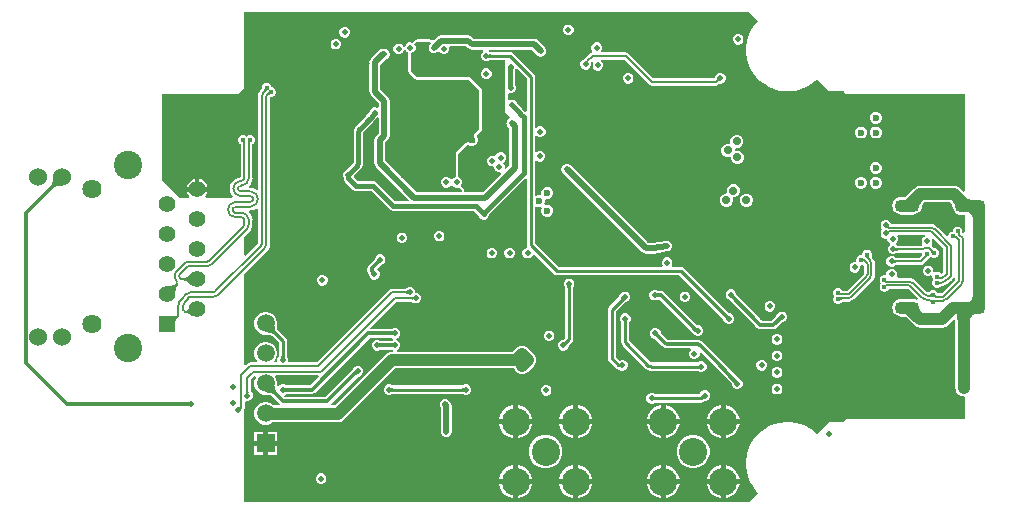
<source format=gbl>
G04*
G04 #@! TF.GenerationSoftware,Altium Limited,Altium Designer,24.4.1 (13)*
G04*
G04 Layer_Physical_Order=4*
G04 Layer_Color=16711680*
%FSLAX44Y44*%
%MOMM*%
G71*
G04*
G04 #@! TF.SameCoordinates,ACC96D32-63CC-4302-8C89-0BD74F9CC5ED*
G04*
G04*
G04 #@! TF.FilePolarity,Positive*
G04*
G01*
G75*
%ADD13C,0.2000*%
%ADD15C,0.3000*%
%ADD56C,1.5000*%
%ADD82C,0.2861*%
%ADD83C,0.2000*%
%ADD84C,0.2030*%
%ADD85C,0.4000*%
%ADD87C,1.4000*%
%ADD88C,0.5000*%
%ADD89C,1.0000*%
%ADD91O,2.6000X1.1000*%
%ADD92O,2.1000X1.1000*%
%ADD93C,2.3850*%
%ADD94R,1.5000X1.5000*%
%ADD95C,1.6250*%
%ADD96C,2.4000*%
%ADD97C,1.5300*%
%ADD98R,1.4000X1.4000*%
%ADD99C,0.5000*%
%ADD100C,0.6000*%
%ADD101C,0.4200*%
%ADD102C,0.7000*%
G36*
X608814Y751110D02*
X608168Y750085D01*
X606502Y751190D01*
X607042Y752046D01*
X608814Y751110D01*
D02*
G37*
G36*
X611592Y747498D02*
X611579Y747496D01*
X611549Y747482D01*
X611503Y747457D01*
X611156Y747241D01*
X610725Y746958D01*
X609620Y748625D01*
X610650Y749282D01*
X611592Y747498D01*
D02*
G37*
G36*
X435624Y670250D02*
X434578Y670240D01*
X432689Y670097D01*
X431847Y669962D01*
X431071Y669787D01*
X430364Y669570D01*
X429724Y669312D01*
X429152Y669013D01*
X428647Y668672D01*
X428211Y668289D01*
X426089Y670411D01*
X426472Y670847D01*
X426813Y671352D01*
X427112Y671924D01*
X427370Y672564D01*
X427587Y673271D01*
X427762Y674046D01*
X427896Y674889D01*
X427989Y675800D01*
X428050Y677823D01*
X435624Y670250D01*
D02*
G37*
G36*
X1025251Y809749D02*
X1023629Y808126D01*
X1020836Y804486D01*
X1018542Y800513D01*
X1016786Y796274D01*
X1015599Y791843D01*
X1015000Y787294D01*
Y785000D01*
X1015000Y782706D01*
X1015598Y778157D01*
X1016786Y773725D01*
X1018541Y769486D01*
X1020835Y765513D01*
X1023628Y761873D01*
X1026873Y758629D01*
X1030513Y755836D01*
X1034486Y753542D01*
X1038725Y751786D01*
X1043157Y750599D01*
X1047706Y750000D01*
X1050000Y750000D01*
X1052294Y750000D01*
X1056842Y750598D01*
X1061274Y751786D01*
X1065513Y753541D01*
X1069487Y755835D01*
X1073127Y758629D01*
X1074749Y760251D01*
X1085000Y750000D01*
X1097451D01*
X1097645Y749025D01*
X1098198Y748198D01*
X1099025Y747645D01*
X1100000Y747451D01*
X1200000D01*
Y665603D01*
X1198845Y665076D01*
X1197393Y666333D01*
X1195734Y667992D01*
X1194272Y669115D01*
X1192569Y669820D01*
X1190742Y670060D01*
X1162458D01*
X1160630Y669820D01*
X1158928Y669115D01*
X1157465Y667992D01*
X1156791Y667318D01*
X1153094Y663779D01*
X1150915Y661923D01*
X1150094Y661308D01*
X1149456Y660893D01*
X1149205Y660765D01*
X1146100D01*
X1144142Y660507D01*
X1142318Y659751D01*
X1140751Y658549D01*
X1139549Y656982D01*
X1138793Y655158D01*
X1138535Y653200D01*
X1138793Y651242D01*
X1139549Y649418D01*
X1140751Y647851D01*
X1142318Y646649D01*
X1144142Y645893D01*
X1146100Y645635D01*
X1156100D01*
X1158058Y645893D01*
X1159882Y646649D01*
X1161449Y647851D01*
X1162651Y649418D01*
X1163407Y651242D01*
X1163665Y653200D01*
X1163657Y653260D01*
X1163657Y653311D01*
X1163668Y653357D01*
X1163763Y653587D01*
X1163964Y653957D01*
X1164276Y654435D01*
X1164675Y654974D01*
X1165523Y655940D01*
X1187696D01*
X1188512Y654961D01*
X1188919Y654398D01*
X1189228Y653906D01*
X1189428Y653520D01*
X1189526Y653266D01*
X1189544Y653180D01*
X1189544Y653067D01*
X1189535Y653000D01*
X1189793Y651042D01*
X1190549Y649218D01*
X1191751Y647651D01*
X1193318Y646449D01*
X1195142Y645693D01*
X1197100Y645435D01*
X1200000D01*
Y630568D01*
X1198730Y629921D01*
X1198104Y630334D01*
X1198046Y630627D01*
X1197984Y630719D01*
Y632203D01*
X1197360Y633710D01*
X1196207Y634863D01*
X1194700Y635487D01*
X1193069D01*
X1191562Y634863D01*
X1190408Y633710D01*
X1189784Y632203D01*
Y631341D01*
X1189304D01*
X1187797Y630717D01*
X1186644Y629564D01*
X1186020Y628057D01*
Y627698D01*
X1184750Y627172D01*
X1177451Y634471D01*
X1176563Y635373D01*
X1176563Y635373D01*
X1176563Y635373D01*
X1174857Y636681D01*
X1172850Y637513D01*
X1170697Y637796D01*
X1170696Y637784D01*
X1137568D01*
X1137065Y638999D01*
X1135799Y640265D01*
X1134145Y640950D01*
X1132355D01*
X1130701Y640265D01*
X1129435Y638999D01*
X1128750Y637345D01*
Y635555D01*
X1129435Y633901D01*
X1130236Y633100D01*
X1129435Y632299D01*
X1128750Y630645D01*
Y628855D01*
X1129435Y627201D01*
X1130701Y625935D01*
X1132355Y625250D01*
X1134145D01*
X1134500Y625013D01*
Y624105D01*
X1135185Y622451D01*
X1136323Y621313D01*
X1136452Y621140D01*
X1136471Y619802D01*
X1135764Y619095D01*
X1135079Y617441D01*
Y615651D01*
X1135764Y613997D01*
X1137030Y612731D01*
X1138684Y612046D01*
X1140474D01*
X1142128Y612731D01*
X1142308Y612911D01*
X1142346Y612932D01*
X1142406Y612961D01*
X1142474Y612989D01*
X1142552Y613014D01*
X1142642Y613037D01*
X1142717Y613051D01*
X1142863Y613066D01*
X1163650D01*
Y611684D01*
X1163711Y611537D01*
X1161233Y609059D01*
X1141535D01*
X1141484Y609067D01*
X1141419Y609083D01*
X1141370Y609099D01*
X1141334Y609114D01*
X1141307Y609128D01*
X1141285Y609142D01*
X1141265Y609159D01*
X1141178Y609239D01*
X1141037Y609327D01*
X1140549Y609815D01*
X1138895Y610500D01*
X1137105D01*
X1135451Y609815D01*
X1134185Y608549D01*
X1133500Y606895D01*
Y605105D01*
X1134185Y603451D01*
X1135451Y602185D01*
X1137105Y601500D01*
X1138895D01*
X1140549Y602185D01*
X1141037Y602673D01*
X1141178Y602761D01*
X1141265Y602841D01*
X1141285Y602858D01*
X1141307Y602872D01*
X1141334Y602886D01*
X1141370Y602901D01*
X1141419Y602917D01*
X1141483Y602933D01*
X1141535Y602941D01*
X1162500D01*
X1162500Y602941D01*
X1163671Y603174D01*
X1164663Y603837D01*
X1169320Y608495D01*
X1169612Y608778D01*
X1169730Y608882D01*
X1170072Y609024D01*
X1171125Y610077D01*
X1171677Y609524D01*
X1173184Y608900D01*
X1174816D01*
X1176322Y609524D01*
X1177476Y610677D01*
X1178100Y612184D01*
Y613815D01*
X1177476Y615322D01*
X1176322Y616476D01*
X1174816Y617100D01*
X1174242D01*
X1174239Y617102D01*
X1174217Y617117D01*
X1174169Y617156D01*
X1172163Y619163D01*
X1171926Y619321D01*
X1171815Y620451D01*
X1172500Y622105D01*
Y623895D01*
X1172158Y624720D01*
X1173235Y625439D01*
X1181941Y616733D01*
Y596809D01*
X1181328Y595977D01*
X1180111Y595687D01*
X1179072Y596726D01*
X1177566Y597350D01*
X1175934D01*
X1174673Y596828D01*
X1174606Y596843D01*
X1173858Y597258D01*
X1173500Y597594D01*
Y598895D01*
X1172815Y600549D01*
X1171549Y601815D01*
X1169895Y602500D01*
X1168105D01*
X1166451Y601815D01*
X1165185Y600549D01*
X1164500Y598895D01*
Y597105D01*
X1165185Y595451D01*
X1166451Y594185D01*
X1168105Y593500D01*
X1169895D01*
X1171405Y594125D01*
X1172058Y593864D01*
X1172650Y593490D01*
Y592434D01*
X1173274Y590928D01*
X1173752Y590450D01*
X1173274Y589972D01*
X1172650Y588465D01*
Y586834D01*
X1173274Y585327D01*
X1174427Y584174D01*
X1175934Y583550D01*
X1177566D01*
X1179072Y584174D01*
X1179841Y584943D01*
X1181316Y585236D01*
X1181562Y585400D01*
X1181613Y585414D01*
X1184813Y587001D01*
X1184911Y587077D01*
X1185481Y587313D01*
X1186935Y588428D01*
X1187895Y589165D01*
X1187908Y589182D01*
X1188768Y590096D01*
X1190413Y591741D01*
X1190671Y592128D01*
X1191941Y591742D01*
Y590267D01*
X1180855Y579181D01*
X1176824D01*
X1176476Y580022D01*
X1175322Y581176D01*
X1173816Y581800D01*
X1172184D01*
X1170677Y581176D01*
X1169524Y580022D01*
X1168678Y579980D01*
X1167575Y580382D01*
X1167575Y580382D01*
X1167540Y580382D01*
X1158286Y589636D01*
X1158286Y589636D01*
X1158284Y589648D01*
X1158285Y589649D01*
X1156582Y590956D01*
X1154575Y591788D01*
X1152421Y592071D01*
X1152421Y592059D01*
X1143027D01*
X1142178Y593329D01*
X1142500Y594105D01*
Y595895D01*
X1141815Y597549D01*
X1140549Y598815D01*
X1138895Y599500D01*
X1137105D01*
X1135451Y598815D01*
X1134185Y597549D01*
X1133500Y595895D01*
Y595438D01*
X1132807Y594350D01*
X1132327Y594350D01*
X1131176D01*
X1129669Y593726D01*
X1128516Y592572D01*
X1127892Y591065D01*
Y589434D01*
X1128516Y587928D01*
X1129011Y587432D01*
X1128516Y586937D01*
X1127892Y585430D01*
Y583799D01*
X1128516Y582292D01*
X1129669Y581139D01*
X1131176Y580514D01*
X1132807D01*
X1134314Y581139D01*
X1135468Y582292D01*
X1135633Y582691D01*
X1151075D01*
X1151983Y582691D01*
X1159995Y574679D01*
X1159276Y573602D01*
X1158058Y574107D01*
X1156100Y574365D01*
X1146100D01*
X1144142Y574107D01*
X1142318Y573351D01*
X1140751Y572149D01*
X1139549Y570582D01*
X1138793Y568758D01*
X1138535Y566800D01*
X1138793Y564842D01*
X1139549Y563018D01*
X1140751Y561451D01*
X1142318Y560249D01*
X1144142Y559493D01*
X1146100Y559235D01*
X1149205D01*
X1149456Y559107D01*
X1150028Y558735D01*
X1155827Y553646D01*
X1157465Y552008D01*
X1158928Y550886D01*
X1160630Y550180D01*
X1162458Y549940D01*
X1181000D01*
X1182827Y550180D01*
X1184530Y550886D01*
X1185992Y552008D01*
X1190597Y556612D01*
X1191786Y556166D01*
X1191940Y553920D01*
Y551000D01*
Y520000D01*
Y499000D01*
X1192180Y497173D01*
X1192886Y495470D01*
X1194007Y494007D01*
X1195470Y492886D01*
X1197173Y492180D01*
X1199000Y491940D01*
X1199045Y491945D01*
X1200000Y491108D01*
Y472549D01*
X1100000D01*
X1099025Y472355D01*
X1098198Y471802D01*
X1097645Y470975D01*
X1097451Y470000D01*
X1085000D01*
X1074749Y459749D01*
X1073126Y461371D01*
X1069486Y464164D01*
X1065513Y466458D01*
X1061274Y468214D01*
X1056842Y469401D01*
X1052293Y470000D01*
X1049999Y470000D01*
X1047705D01*
X1043157Y469401D01*
X1038725Y468213D01*
X1034486Y466458D01*
X1030513Y464164D01*
X1026873Y461371D01*
X1023629Y458126D01*
X1020836Y454486D01*
X1018542Y450513D01*
X1016786Y446274D01*
X1015599Y441843D01*
X1015000Y437294D01*
Y435000D01*
X1015000Y432706D01*
X1015598Y428157D01*
X1016786Y423725D01*
X1018541Y419486D01*
X1020835Y415513D01*
X1023628Y411873D01*
X1025251Y410251D01*
X1017549Y402549D01*
X590000Y402549D01*
Y480842D01*
X590326Y481329D01*
X590559Y482500D01*
Y487301D01*
X591605Y488000D01*
X593395D01*
X595049Y488685D01*
X596315Y489951D01*
X597000Y491605D01*
Y493395D01*
X596315Y495049D01*
X595827Y495537D01*
X595739Y495678D01*
X595658Y495765D01*
X595642Y495785D01*
X595628Y495807D01*
X595614Y495834D01*
X595599Y495870D01*
X595583Y495919D01*
X595567Y495983D01*
X595559Y496035D01*
Y506233D01*
X598378Y509052D01*
X599212Y508950D01*
X599842Y507669D01*
X599147Y506467D01*
X598500Y504051D01*
Y501549D01*
X599147Y499133D01*
X600398Y496967D01*
X602167Y495198D01*
X604333Y493947D01*
X606749Y493300D01*
X607155D01*
X607237Y493241D01*
X607268Y493234D01*
X607295Y493216D01*
X607654Y493145D01*
X608012Y493062D01*
X609908Y493004D01*
X610665Y492925D01*
X611363Y492813D01*
X611981Y492671D01*
X612515Y492506D01*
X612967Y492322D01*
X613338Y492126D01*
X613617Y491936D01*
X620023Y485530D01*
X619497Y484260D01*
X616457D01*
X614765Y484300D01*
X614516Y484319D01*
X613833Y485002D01*
X611667Y486253D01*
X609251Y486900D01*
X606749D01*
X604333Y486253D01*
X602167Y485002D01*
X600398Y483233D01*
X599147Y481067D01*
X598500Y478651D01*
Y476149D01*
X599147Y473733D01*
X600398Y471567D01*
X602167Y469798D01*
X604333Y468547D01*
X606749Y467900D01*
X609251D01*
X611667Y468547D01*
X613833Y469798D01*
X613976Y469941D01*
X617743Y470140D01*
X669700D01*
X671527Y470380D01*
X673230Y471086D01*
X674692Y472207D01*
X717924Y515440D01*
X818277D01*
X818885Y513970D01*
X820007Y512508D01*
X821470Y511385D01*
X823173Y510680D01*
X825000Y510440D01*
X826827Y510680D01*
X828530Y511385D01*
X829992Y512508D01*
X834992Y517508D01*
X836114Y518970D01*
X836820Y520673D01*
X837060Y522500D01*
X836820Y524327D01*
X836114Y526030D01*
X834992Y527492D01*
X829992Y532492D01*
X828530Y533615D01*
X826827Y534320D01*
X825000Y534560D01*
X823173Y534320D01*
X821470Y533615D01*
X820007Y532492D01*
X817075Y529560D01*
X719445D01*
X719193Y530830D01*
X720049Y531185D01*
X721315Y532451D01*
X722000Y534105D01*
Y535895D01*
X721315Y537549D01*
X720049Y538815D01*
X718813Y539327D01*
Y540673D01*
X720049Y541185D01*
X721315Y542451D01*
X722000Y544105D01*
Y545895D01*
X721315Y547549D01*
X720049Y548815D01*
X718395Y549500D01*
X716605D01*
X714951Y548815D01*
X714712Y548576D01*
X714607Y548568D01*
X697054D01*
X696568Y549742D01*
X718767Y571941D01*
X731465D01*
X731516Y571933D01*
X731581Y571917D01*
X731630Y571901D01*
X731666Y571886D01*
X731693Y571872D01*
X731715Y571858D01*
X731735Y571841D01*
X731822Y571761D01*
X731963Y571673D01*
X732451Y571185D01*
X734105Y570500D01*
X735895D01*
X737549Y571185D01*
X738815Y572451D01*
X739500Y574105D01*
Y575895D01*
X738815Y577549D01*
X737549Y578815D01*
X735895Y579500D01*
X734500D01*
Y580895D01*
X733815Y582549D01*
X732549Y583815D01*
X730895Y584500D01*
X729105D01*
X727451Y583815D01*
X726963Y583327D01*
X726822Y583239D01*
X726735Y583158D01*
X726715Y583142D01*
X726693Y583128D01*
X726666Y583114D01*
X726630Y583099D01*
X726581Y583083D01*
X726517Y583067D01*
X726465Y583059D01*
X715000D01*
X713829Y582826D01*
X712837Y582163D01*
X712837Y582163D01*
X651233Y520559D01*
X627699D01*
X627000Y521605D01*
Y523395D01*
X626315Y525049D01*
X626006Y525358D01*
X625998Y525479D01*
Y538900D01*
X625731Y540238D01*
X624973Y541373D01*
X618641Y547705D01*
X618456Y547981D01*
X618265Y548349D01*
X618085Y548802D01*
X617922Y549342D01*
X617783Y549968D01*
X617676Y550655D01*
X617547Y552374D01*
X617539Y553343D01*
X617500Y553529D01*
Y554851D01*
X616853Y557267D01*
X615602Y559433D01*
X613833Y561202D01*
X611667Y562453D01*
X609251Y563100D01*
X606749D01*
X604333Y562453D01*
X602167Y561202D01*
X600398Y559433D01*
X599147Y557267D01*
X598500Y554851D01*
Y552349D01*
X599147Y549933D01*
X600398Y547767D01*
X602167Y545998D01*
X604333Y544747D01*
X606749Y544100D01*
X607155D01*
X607240Y544040D01*
X607269Y544033D01*
X607295Y544016D01*
X607656Y543945D01*
X608015Y543862D01*
X609947Y543805D01*
X610720Y543728D01*
X611432Y543617D01*
X612058Y543478D01*
X612598Y543315D01*
X613051Y543135D01*
X613419Y542944D01*
X613694Y542759D01*
X619002Y537451D01*
Y525427D01*
X618997Y525361D01*
X618685Y525049D01*
X618000Y523395D01*
Y521605D01*
X617301Y520559D01*
X615590D01*
X615064Y521829D01*
X615602Y522367D01*
X616853Y524533D01*
X617500Y526949D01*
Y529451D01*
X616853Y531867D01*
X615602Y534033D01*
X613833Y535802D01*
X611667Y537053D01*
X609251Y537700D01*
X606749D01*
X604333Y537053D01*
X602167Y535802D01*
X600398Y534033D01*
X599147Y531867D01*
X598500Y529451D01*
Y526949D01*
X599147Y524533D01*
X600398Y522367D01*
X600936Y521829D01*
X600410Y520559D01*
X595000D01*
X593829Y520326D01*
X592837Y519663D01*
X592837Y519663D01*
X591173Y517999D01*
X590000Y518485D01*
Y595424D01*
X608220Y613644D01*
X609126Y614524D01*
X609126Y614524D01*
X610559Y616392D01*
X611460Y618567D01*
X611764Y620879D01*
X611755Y620879D01*
X611749Y620886D01*
X611749Y736370D01*
Y743977D01*
X611934Y745150D01*
X613565D01*
X615072Y745774D01*
X616226Y746927D01*
X616850Y748434D01*
Y750066D01*
X616226Y751572D01*
X615072Y752726D01*
X613565Y753350D01*
X612890D01*
Y754025D01*
X612266Y755532D01*
X611113Y756686D01*
X609606Y757310D01*
X607975D01*
X606468Y756686D01*
X605314Y755532D01*
X604690Y754025D01*
Y753002D01*
X604300Y751894D01*
Y751894D01*
X602881Y750044D01*
X601980Y747869D01*
X601673Y745535D01*
X601691D01*
Y738343D01*
X601691Y736370D01*
X601691Y667096D01*
X600552Y666535D01*
X599821Y667096D01*
X597524Y668047D01*
X595060Y668372D01*
Y668372D01*
X594371Y668599D01*
X594042Y669924D01*
X594138Y669998D01*
X595651Y671970D01*
X596602Y674266D01*
X596926Y676730D01*
X596904D01*
Y686000D01*
Y705351D01*
X597322Y705524D01*
X598476Y706677D01*
X599100Y708184D01*
Y709816D01*
X598476Y711322D01*
X597322Y712476D01*
X595816Y713100D01*
X594184D01*
X592677Y712476D01*
X591875Y711673D01*
X591072Y712476D01*
X589566Y713100D01*
X587934D01*
X586427Y712476D01*
X585274Y711322D01*
X584650Y709816D01*
Y708184D01*
X585274Y706677D01*
X586427Y705524D01*
X586846Y705351D01*
Y686000D01*
Y677282D01*
X584610Y676987D01*
X582314Y676036D01*
X580342Y674523D01*
X578829Y672551D01*
X577878Y670255D01*
X577553Y667790D01*
X577878Y665326D01*
X578829Y663029D01*
X580179Y661270D01*
X579827Y660000D01*
X557187D01*
X556701Y661173D01*
X557202Y661674D01*
X558387Y663726D01*
X558782Y665200D01*
X550000D01*
X541218D01*
X541613Y663726D01*
X542798Y661674D01*
X543299Y661173D01*
X542813Y660000D01*
X535000D01*
X520000Y675000D01*
Y747500D01*
X585000D01*
X590000Y752500D01*
Y817451D01*
X1017549Y817451D01*
X1025251Y809749D01*
D02*
G37*
G36*
X1165993Y659464D02*
X1165122Y658575D01*
X1163087Y656256D01*
X1162601Y655600D01*
X1162212Y655003D01*
X1161918Y654464D01*
X1161721Y653984D01*
X1161621Y653563D01*
X1161617Y653200D01*
X1148963Y658686D01*
X1149328Y658650D01*
X1149833Y658796D01*
X1150478Y659125D01*
X1151263Y659636D01*
X1152189Y660330D01*
X1154461Y662264D01*
X1158922Y666535D01*
X1165993Y659464D01*
D02*
G37*
G36*
X1195958Y664879D02*
X1202239Y659436D01*
X1203071Y658915D01*
X1203762Y658583D01*
X1204311Y658440D01*
X1204720Y658486D01*
X1191583Y653000D01*
X1191583Y653397D01*
X1191486Y653849D01*
X1191291Y654357D01*
X1191000Y654920D01*
X1190611Y655538D01*
X1190124Y656213D01*
X1188860Y657728D01*
X1187207Y659464D01*
X1194278Y666535D01*
X1195958Y664879D01*
D02*
G37*
G36*
X1217347Y651275D02*
X1217274Y650799D01*
X1217210Y650144D01*
X1217039Y645730D01*
X1217000Y640537D01*
X1207000Y637483D01*
X1206950Y639626D01*
X1206800Y641515D01*
X1206550Y643151D01*
X1206200Y644534D01*
X1205750Y645664D01*
X1205200Y646540D01*
X1204550Y647163D01*
X1203800Y647533D01*
X1202950Y647650D01*
X1202000Y647514D01*
X1217429Y651572D01*
X1217347Y651275D01*
D02*
G37*
G36*
X601691Y650604D02*
Y621339D01*
X600847Y620495D01*
X591173Y610821D01*
X590000Y611307D01*
Y626852D01*
X594278Y631130D01*
X594295Y631125D01*
X595714Y632975D01*
X596615Y635150D01*
X596922Y637483D01*
X596904D01*
Y640970D01*
X596926D01*
X596602Y643435D01*
X595651Y645731D01*
X594138Y647703D01*
X594042Y647776D01*
X594371Y649101D01*
X595060Y649329D01*
Y649329D01*
X597524Y649653D01*
X599821Y650604D01*
X600552Y651166D01*
X601691Y650604D01*
D02*
G37*
G36*
X1166251Y627146D02*
X1165451Y626815D01*
X1164185Y625549D01*
X1163500Y623895D01*
Y622105D01*
X1164045Y620789D01*
X1164185Y620451D01*
X1163819Y619374D01*
X1163656Y619184D01*
X1143305D01*
X1142256Y620233D01*
X1142127Y620406D01*
X1142108Y621744D01*
X1142815Y622451D01*
X1143500Y624105D01*
Y625895D01*
X1142982Y627146D01*
X1143607Y628416D01*
X1165998D01*
X1166251Y627146D01*
D02*
G37*
G36*
X1141758Y617810D02*
X1141896Y617666D01*
X1142049Y617539D01*
X1142215Y617429D01*
X1142396Y617336D01*
X1142591Y617260D01*
X1142800Y617201D01*
X1143023Y617159D01*
X1143260Y617133D01*
X1143511Y617125D01*
X1143136Y615125D01*
X1142889Y615119D01*
X1142420Y615070D01*
X1142198Y615028D01*
X1141985Y614974D01*
X1141780Y614907D01*
X1141584Y614829D01*
X1141395Y614738D01*
X1141216Y614635D01*
X1141044Y614520D01*
X1141634Y617970D01*
X1141758Y617810D01*
D02*
G37*
G36*
X1172671Y615750D02*
X1172983Y615491D01*
X1173134Y615386D01*
X1173283Y615298D01*
X1173428Y615225D01*
X1173570Y615169D01*
X1173710Y615130D01*
X1173846Y615107D01*
X1173979Y615100D01*
X1171900Y613021D01*
X1171893Y613154D01*
X1171870Y613290D01*
X1171831Y613430D01*
X1171775Y613572D01*
X1171702Y613717D01*
X1171614Y613866D01*
X1171509Y614017D01*
X1171388Y614171D01*
X1171250Y614329D01*
X1171096Y614490D01*
X1172510Y615904D01*
X1172671Y615750D01*
D02*
G37*
G36*
X1168592Y610576D02*
X1168542Y610546D01*
X1168464Y610485D01*
X1168226Y610275D01*
X1166844Y608930D01*
X1165294Y610209D01*
X1165449Y610371D01*
X1165581Y610529D01*
X1165692Y610681D01*
X1165781Y610828D01*
X1165848Y610969D01*
X1165893Y611105D01*
X1165916Y611236D01*
X1165917Y611362D01*
X1165897Y611482D01*
X1165854Y611597D01*
X1168592Y610576D01*
D02*
G37*
G36*
X1139938Y607607D02*
X1140101Y607480D01*
X1140275Y607368D01*
X1140459Y607270D01*
X1140654Y607188D01*
X1140860Y607120D01*
X1141077Y607067D01*
X1141304Y607030D01*
X1141543Y607007D01*
X1141791Y607000D01*
Y605000D01*
X1141543Y604992D01*
X1141304Y604970D01*
X1141077Y604933D01*
X1140860Y604880D01*
X1140654Y604813D01*
X1140459Y604730D01*
X1140275Y604632D01*
X1140101Y604520D01*
X1139938Y604393D01*
X1139785Y604250D01*
Y607750D01*
X1139938Y607607D01*
D02*
G37*
G36*
X1178859Y593305D02*
X1178891Y593256D01*
X1178941Y593214D01*
X1179009Y593178D01*
X1179097Y593149D01*
X1179203Y593127D01*
X1179328Y593111D01*
X1179472Y593102D01*
X1179815Y593103D01*
X1178683Y591175D01*
X1177725Y591390D01*
X1178847Y593360D01*
X1178859Y593305D01*
D02*
G37*
G36*
X545001Y586100D02*
X544252Y586841D01*
X542844Y588089D01*
X542185Y588596D01*
X541557Y589025D01*
X540960Y589376D01*
X540392Y589649D01*
X539855Y589844D01*
X539348Y589961D01*
X538872Y590000D01*
Y592000D01*
X539348Y592039D01*
X539855Y592156D01*
X540392Y592351D01*
X540960Y592624D01*
X541557Y592975D01*
X542185Y593404D01*
X542844Y593911D01*
X544252Y595159D01*
X545001Y595900D01*
Y586100D01*
D02*
G37*
G36*
X533176Y585462D02*
X532867Y585097D01*
X532591Y584656D01*
X532349Y584138D01*
X532141Y583544D01*
X531966Y582873D01*
X531826Y582126D01*
X531718Y581302D01*
X531605Y579424D01*
X531600Y578370D01*
X524670Y585300D01*
X525724Y585306D01*
X527602Y585419D01*
X528426Y585526D01*
X529173Y585666D01*
X529844Y585841D01*
X530438Y586049D01*
X530956Y586291D01*
X531397Y586567D01*
X531762Y586876D01*
X533176Y585462D01*
D02*
G37*
G36*
X728215Y578250D02*
X728062Y578392D01*
X727899Y578520D01*
X727725Y578633D01*
X727541Y578730D01*
X727346Y578812D01*
X727140Y578880D01*
X726923Y578932D01*
X726696Y578970D01*
X726458Y578993D01*
X726209Y579000D01*
Y581000D01*
X726458Y581007D01*
X726696Y581030D01*
X726923Y581068D01*
X727140Y581120D01*
X727346Y581188D01*
X727541Y581270D01*
X727725Y581367D01*
X727899Y581480D01*
X728062Y581608D01*
X728215Y581750D01*
Y578250D01*
D02*
G37*
G36*
X733215Y573250D02*
X733062Y573392D01*
X732899Y573520D01*
X732725Y573633D01*
X732541Y573730D01*
X732346Y573812D01*
X732140Y573880D01*
X731923Y573932D01*
X731696Y573970D01*
X731458Y573993D01*
X731209Y574000D01*
Y576000D01*
X731458Y576007D01*
X731696Y576030D01*
X731923Y576068D01*
X732140Y576120D01*
X732346Y576188D01*
X732541Y576270D01*
X732725Y576367D01*
X732899Y576480D01*
X733062Y576608D01*
X733215Y576750D01*
Y573250D01*
D02*
G37*
G36*
X1217000Y579063D02*
X1217429Y568028D01*
X1202000Y572086D01*
X1202950Y571950D01*
X1203800Y572066D01*
X1204550Y572437D01*
X1205200Y573060D01*
X1205750Y573936D01*
X1206200Y575066D01*
X1206550Y576449D01*
X1206800Y578085D01*
X1206950Y579974D01*
X1207000Y582117D01*
X1217000Y579063D01*
D02*
G37*
G36*
X1209000Y561114D02*
X1208050Y561161D01*
X1207200Y560974D01*
X1206450Y560555D01*
X1205800Y559901D01*
X1205250Y559015D01*
X1204800Y557895D01*
X1204450Y556542D01*
X1204200Y554956D01*
X1204050Y553136D01*
X1204000Y551083D01*
X1194000Y552085D01*
X1193983Y553925D01*
X1193581Y559809D01*
X1193396Y560911D01*
X1193178Y561865D01*
X1192926Y562672D01*
X1192641Y563330D01*
X1192322Y563842D01*
X1209000Y561114D01*
D02*
G37*
G36*
X545838Y559972D02*
X545212Y560415D01*
X543988Y561161D01*
X543390Y561464D01*
X542802Y561721D01*
X542222Y561931D01*
X541653Y562094D01*
X541092Y562211D01*
X540541Y562281D01*
X540000Y562304D01*
Y564304D01*
X540463Y564335D01*
X540896Y564429D01*
X541297Y564586D01*
X541668Y564805D01*
X542008Y565087D01*
X542317Y565432D01*
X542595Y565840D01*
X542843Y566310D01*
X543060Y566842D01*
X543246Y567438D01*
X545838Y559972D01*
D02*
G37*
G36*
X532984Y557570D02*
X532711Y557283D01*
X532466Y556997D01*
X532250Y556712D01*
X532063Y556427D01*
X531904Y556144D01*
X531774Y555862D01*
X531673Y555580D01*
X531599Y555300D01*
X531555Y555020D01*
X531539Y554741D01*
X531570Y559869D01*
X531741Y559873D01*
X532049Y559898D01*
X532187Y559920D01*
X532312Y559948D01*
X532427Y559983D01*
X532529Y560023D01*
X532621Y560071D01*
X532701Y560124D01*
X532770Y560184D01*
X532984Y557570D01*
D02*
G37*
G36*
X1161621Y566437D02*
X1161721Y566016D01*
X1161918Y565536D01*
X1162212Y564997D01*
X1162601Y564400D01*
X1163087Y563744D01*
X1164348Y562257D01*
X1165993Y560536D01*
X1158922Y553465D01*
X1157295Y555071D01*
X1151263Y560364D01*
X1150478Y560875D01*
X1149833Y561204D01*
X1149328Y561350D01*
X1148963Y561314D01*
X1161617Y566800D01*
X1161621Y566437D01*
D02*
G37*
G36*
X615509Y552289D02*
X615648Y550421D01*
X615778Y549590D01*
X615948Y548825D01*
X616158Y548129D01*
X616408Y547501D01*
X616698Y546940D01*
X617029Y546448D01*
X617399Y546023D01*
X615377Y544001D01*
X614952Y544371D01*
X614459Y544702D01*
X613899Y544992D01*
X613271Y545242D01*
X612575Y545452D01*
X611810Y545622D01*
X610978Y545752D01*
X610079Y545841D01*
X608075Y545900D01*
X615500Y553325D01*
X615509Y552289D01*
D02*
G37*
G36*
X715715Y543250D02*
X715653Y543298D01*
X715568Y543340D01*
X715457Y543377D01*
X715323Y543410D01*
X715163Y543438D01*
X714771Y543478D01*
X714282Y543498D01*
X714000Y543500D01*
Y546500D01*
X714282Y546502D01*
X715163Y546562D01*
X715323Y546590D01*
X715457Y546623D01*
X715568Y546660D01*
X715653Y546702D01*
X715715Y546750D01*
Y543250D01*
D02*
G37*
G36*
X714951Y541185D02*
X716187Y540673D01*
Y539327D01*
X714951Y538815D01*
X714712Y538576D01*
X714607Y538568D01*
X705295D01*
X705049Y538815D01*
X703395Y539500D01*
X701605D01*
X699951Y538815D01*
X698685Y537549D01*
X698000Y535895D01*
Y534105D01*
X698685Y532451D01*
X699951Y531185D01*
X701605Y530500D01*
X703395D01*
X705049Y531185D01*
X705288Y531424D01*
X705393Y531431D01*
X714705D01*
X714951Y531185D01*
X715807Y530830D01*
X715555Y529560D01*
X715000D01*
X713173Y529320D01*
X711470Y528614D01*
X710007Y527492D01*
X666776Y484260D01*
X663562D01*
X663036Y485530D01*
X686005Y508500D01*
X686895D01*
X688549Y509185D01*
X689815Y510451D01*
X690500Y512105D01*
Y513895D01*
X689815Y515549D01*
X688549Y516815D01*
X686895Y517500D01*
X685105D01*
X683451Y516815D01*
X682185Y515549D01*
X681653Y514265D01*
X681468Y514056D01*
X658481Y491069D01*
X624723D01*
X623866Y492044D01*
X624136Y493307D01*
X625049Y493685D01*
X625288Y493924D01*
X625393Y493931D01*
X647500D01*
X648866Y494203D01*
X650023Y494977D01*
X696478Y541431D01*
X714705D01*
X714951Y541185D01*
D02*
G37*
G36*
X715715Y533250D02*
X715653Y533298D01*
X715568Y533340D01*
X715457Y533377D01*
X715323Y533410D01*
X715163Y533438D01*
X714771Y533478D01*
X714282Y533498D01*
X714000Y533500D01*
Y536500D01*
X714282Y536502D01*
X715163Y536562D01*
X715323Y536590D01*
X715457Y536623D01*
X715568Y536660D01*
X715653Y536702D01*
X715715Y536750D01*
Y533250D01*
D02*
G37*
G36*
X704347Y536702D02*
X704432Y536660D01*
X704543Y536623D01*
X704677Y536590D01*
X704837Y536562D01*
X705228Y536522D01*
X705718Y536502D01*
X706000Y536500D01*
Y533500D01*
X705718Y533498D01*
X704837Y533438D01*
X704677Y533410D01*
X704543Y533377D01*
X704432Y533340D01*
X704347Y533298D01*
X704285Y533250D01*
Y536750D01*
X704347Y536702D01*
D02*
G37*
G36*
X623933Y525771D02*
X623981Y525071D01*
X624010Y524883D01*
X624045Y524718D01*
X624087Y524576D01*
X624135Y524456D01*
X624189Y524359D01*
X624250Y524285D01*
X620750D01*
X620811Y524359D01*
X620865Y524456D01*
X620913Y524576D01*
X620955Y524718D01*
X620990Y524883D01*
X621018Y525071D01*
X621057Y525515D01*
X621070Y526050D01*
X623930D01*
X623933Y525771D01*
D02*
G37*
G36*
X685593Y510533D02*
X685504Y510536D01*
X685403Y510517D01*
X685290Y510475D01*
X685164Y510411D01*
X685026Y510326D01*
X684875Y510218D01*
X684537Y509937D01*
X684348Y509763D01*
X684148Y509568D01*
X682445Y512108D01*
X682645Y512309D01*
X683473Y513244D01*
X683510Y513310D01*
X683526Y513358D01*
X685593Y510533D01*
D02*
G37*
G36*
X652600Y509443D02*
X653126Y508172D01*
X646022Y501068D01*
X625295D01*
X625049Y501315D01*
X623395Y502000D01*
X621605D01*
X619951Y501315D01*
X618923Y500287D01*
X617854Y500515D01*
X617622Y500645D01*
X617548Y501596D01*
X617539Y502545D01*
X617500Y502730D01*
Y504051D01*
X616853Y506467D01*
X615845Y508213D01*
X616423Y509482D01*
X652600Y509443D01*
D02*
G37*
G36*
X624347Y499202D02*
X624432Y499160D01*
X624543Y499123D01*
X624677Y499090D01*
X624837Y499062D01*
X625228Y499022D01*
X625718Y499002D01*
X626000Y499000D01*
Y496000D01*
X625718Y495998D01*
X624837Y495938D01*
X624677Y495910D01*
X624543Y495877D01*
X624432Y495840D01*
X624347Y495798D01*
X624285Y495750D01*
Y499250D01*
X624347Y499202D01*
D02*
G37*
G36*
X593507Y496043D02*
X593530Y495804D01*
X593567Y495577D01*
X593620Y495360D01*
X593688Y495154D01*
X593770Y494959D01*
X593867Y494775D01*
X593980Y494601D01*
X594107Y494438D01*
X594250Y494285D01*
X590750D01*
X590892Y494438D01*
X591020Y494601D01*
X591133Y494775D01*
X591230Y494959D01*
X591312Y495154D01*
X591380Y495360D01*
X591432Y495577D01*
X591470Y495804D01*
X591493Y496043D01*
X591500Y496291D01*
X593500D01*
X593507Y496043D01*
D02*
G37*
G36*
X615509Y501507D02*
X615652Y499668D01*
X615785Y498846D01*
X615958Y498089D01*
X616172Y497397D01*
X616428Y496771D01*
X616724Y496209D01*
X617061Y495713D01*
X617439Y495283D01*
X615317Y493161D01*
X614887Y493539D01*
X614390Y493876D01*
X613829Y494172D01*
X613203Y494427D01*
X612511Y494642D01*
X611754Y494815D01*
X610932Y494948D01*
X610045Y495040D01*
X608075Y495100D01*
X615500Y502525D01*
X615509Y501507D01*
D02*
G37*
G36*
X543215Y483250D02*
X543153Y483298D01*
X543068Y483340D01*
X542957Y483377D01*
X542823Y483410D01*
X542663Y483438D01*
X542271Y483478D01*
X541782Y483498D01*
X541500Y483500D01*
Y486500D01*
X541782Y486502D01*
X542663Y486562D01*
X542823Y486590D01*
X542957Y486623D01*
X543068Y486660D01*
X543153Y486702D01*
X543215Y486750D01*
Y483250D01*
D02*
G37*
G36*
X588207Y481793D02*
X588042Y481625D01*
X587570Y481082D01*
X587499Y480979D01*
X587447Y480888D01*
X587413Y480810D01*
X587398Y480745D01*
X587402Y480693D01*
X585693Y482402D01*
X585745Y482398D01*
X585810Y482413D01*
X585888Y482447D01*
X585979Y482499D01*
X586082Y482570D01*
X586199Y482660D01*
X586470Y482896D01*
X586793Y483207D01*
X588207Y481793D01*
D02*
G37*
G36*
X613447Y482402D02*
X613624Y482360D01*
X613885Y482323D01*
X614662Y482262D01*
X617235Y482202D01*
X618090Y482200D01*
Y472200D01*
X613356Y471950D01*
Y482450D01*
X613447Y482402D01*
D02*
G37*
%LPC*%
G36*
X865337Y806500D02*
X863547D01*
X861893Y805815D01*
X860627Y804549D01*
X859942Y802895D01*
Y801105D01*
X860627Y799451D01*
X861893Y798185D01*
X863547Y797500D01*
X865337D01*
X866991Y798185D01*
X868257Y799451D01*
X868942Y801105D01*
Y802895D01*
X868257Y804549D01*
X866991Y805815D01*
X865337Y806500D01*
D02*
G37*
G36*
X675895Y804500D02*
X674105D01*
X672451Y803815D01*
X671185Y802549D01*
X670500Y800895D01*
Y799105D01*
X671185Y797451D01*
X672451Y796185D01*
X674105Y795500D01*
X675895D01*
X677549Y796185D01*
X678815Y797451D01*
X679500Y799105D01*
Y800895D01*
X678815Y802549D01*
X677549Y803815D01*
X675895Y804500D01*
D02*
G37*
G36*
X779558Y797588D02*
X756558D01*
X754802Y797239D01*
X753314Y796244D01*
X750384Y793315D01*
X748852Y793442D01*
X748190Y793884D01*
X747410Y794039D01*
X736000D01*
X735220Y793884D01*
X734558Y793442D01*
X732519Y791403D01*
X732519Y791403D01*
X732339Y791133D01*
X731453Y791500D01*
X729663D01*
X728009Y790815D01*
X726743Y789549D01*
X726058Y787895D01*
Y787800D01*
X724788Y787547D01*
X724373Y788549D01*
X723107Y789815D01*
X721453Y790500D01*
X719663D01*
X718009Y789815D01*
X716743Y788549D01*
X716058Y786895D01*
Y785105D01*
X716743Y783451D01*
X718009Y782185D01*
X719663Y781500D01*
X721453D01*
X723107Y782185D01*
X724373Y783451D01*
X725058Y785105D01*
Y785200D01*
X726328Y785453D01*
X726743Y784451D01*
X728009Y783185D01*
X729014Y782769D01*
X728961Y782500D01*
Y767000D01*
X728961Y767000D01*
X729116Y766220D01*
X729558Y765558D01*
X734558Y760558D01*
X735220Y760116D01*
X736000Y759961D01*
X780155D01*
X788961Y751155D01*
Y717845D01*
X784873Y713756D01*
X784431Y713095D01*
X784275Y712315D01*
X784431Y711534D01*
X784873Y710873D01*
X785068Y710677D01*
X785519Y709589D01*
Y708411D01*
X785068Y707323D01*
X784235Y706490D01*
X783147Y706039D01*
X781969D01*
X780881Y706490D01*
X780685Y706685D01*
X780024Y707128D01*
X779243Y707283D01*
X778463Y707128D01*
X777802Y706685D01*
X777802Y706685D01*
X769558Y698442D01*
X769116Y697780D01*
X768961Y697000D01*
Y677457D01*
X768964Y677441D01*
X767451Y676815D01*
X766185Y675549D01*
X764815D01*
X763549Y676815D01*
X761895Y677500D01*
X760105D01*
X758451Y676815D01*
X757185Y675549D01*
X756500Y673895D01*
Y672105D01*
X757185Y670451D01*
X758451Y669185D01*
X760105Y668500D01*
X761895D01*
X763549Y669185D01*
X764815Y670451D01*
X766185D01*
X767451Y669185D01*
X769105Y668500D01*
X770895D01*
X771492Y668747D01*
X771740Y668376D01*
X773961Y666155D01*
Y664588D01*
X735973D01*
X709180Y691382D01*
Y706743D01*
X711802Y709366D01*
X712797Y710855D01*
X713146Y712610D01*
Y742000D01*
X712797Y743756D01*
X711802Y745244D01*
X705146Y751900D01*
Y772599D01*
X709613Y777066D01*
X709871Y777173D01*
X710314Y777261D01*
X710690Y777512D01*
X711107Y777685D01*
X711427Y778005D01*
X711802Y778256D01*
X712054Y778632D01*
X712373Y778951D01*
X712546Y779368D01*
X712797Y779744D01*
X712885Y780187D01*
X713058Y780605D01*
Y781057D01*
X713146Y781500D01*
X713058Y781943D01*
Y782395D01*
X712885Y782813D01*
X712797Y783256D01*
X712546Y783632D01*
X712373Y784049D01*
X712054Y784369D01*
X711802Y784744D01*
X711427Y784995D01*
X711107Y785315D01*
X710690Y785488D01*
X710314Y785739D01*
X709871Y785827D01*
X709453Y786000D01*
X709001D01*
X708558Y786088D01*
X707558D01*
X705802Y785739D01*
X704314Y784744D01*
X697314Y777744D01*
X696319Y776256D01*
X695970Y774500D01*
X696058Y774057D01*
Y773943D01*
X695970Y773500D01*
Y750000D01*
X696319Y748244D01*
X697314Y746756D01*
X703970Y740099D01*
Y736611D01*
X702700Y735984D01*
X701453Y736500D01*
X699663D01*
X698009Y735815D01*
X696743Y734549D01*
X696156Y733132D01*
X692924Y729364D01*
X692055Y728438D01*
X692053Y728433D01*
X692058Y728356D01*
X691403Y727645D01*
X691074Y727287D01*
X690993Y727286D01*
X690992Y727285D01*
X690990Y727280D01*
X690133Y726342D01*
X684846Y721055D01*
X684767Y720938D01*
X683570Y719378D01*
X682764Y717432D01*
X682507Y715482D01*
X682480Y715343D01*
X682480Y690913D01*
X682449Y689726D01*
X682421Y689657D01*
X682428Y689638D01*
X675714Y682924D01*
X675451Y682815D01*
X674185Y681549D01*
X673500Y679895D01*
Y678105D01*
X674113Y676625D01*
Y676367D01*
X674113Y676367D01*
X674423Y674806D01*
X675307Y673483D01*
X680322Y668469D01*
X680743Y667451D01*
X682009Y666185D01*
X683663Y665500D01*
X685453D01*
X686471Y665922D01*
X697311D01*
X713116Y650116D01*
X713116Y650116D01*
X714439Y649232D01*
X716000Y648922D01*
X784182D01*
X788100Y645004D01*
X788743Y643451D01*
X790009Y642185D01*
X791663Y641500D01*
X793453D01*
X795107Y642185D01*
X796373Y643451D01*
X797058Y645105D01*
Y645732D01*
X827829Y676503D01*
X829003Y676017D01*
Y620000D01*
X829247Y618770D01*
X829224Y618565D01*
X828645Y617309D01*
X827451Y616815D01*
X826185Y615549D01*
X825500Y613895D01*
Y612105D01*
X826185Y610451D01*
X827451Y609185D01*
X829105Y608500D01*
X830895D01*
X832549Y609185D01*
X833815Y610451D01*
X834252Y611506D01*
X835673Y611880D01*
X852207Y595347D01*
X853342Y594588D01*
X854680Y594322D01*
X958232D01*
X995457Y557096D01*
X995500Y557046D01*
Y556605D01*
X996185Y554951D01*
X997451Y553685D01*
X999105Y553000D01*
X1000895D01*
X1002549Y553685D01*
X1003815Y554951D01*
X1004500Y556605D01*
Y558395D01*
X1003815Y560049D01*
X1002549Y561315D01*
X1000895Y562000D01*
X1000458D01*
X1000367Y562079D01*
X962153Y600293D01*
X961019Y601051D01*
X959680Y601317D01*
X952340D01*
X951871Y602587D01*
X952500Y604105D01*
Y605895D01*
X951815Y607549D01*
X950549Y608815D01*
X948895Y609500D01*
X947105D01*
X945451Y608815D01*
X944185Y607549D01*
X943500Y605895D01*
Y604105D01*
X944129Y602587D01*
X943660Y601317D01*
X856129D01*
X835997Y621449D01*
Y651830D01*
X837268Y652537D01*
X838564Y652000D01*
X840553D01*
X841110Y652231D01*
X842082Y651259D01*
X841558Y649995D01*
Y648006D01*
X842319Y646168D01*
X843726Y644761D01*
X845564Y644000D01*
X847553D01*
X849390Y644761D01*
X850797Y646168D01*
X851558Y648006D01*
Y649995D01*
X850797Y651832D01*
X849390Y653239D01*
X847553Y654000D01*
X845564D01*
X845006Y653769D01*
X844035Y654741D01*
X844558Y656005D01*
Y657995D01*
X844482Y658178D01*
X845380Y659076D01*
X845564Y659000D01*
X847553D01*
X849390Y659761D01*
X850797Y661168D01*
X851558Y663006D01*
Y664995D01*
X850797Y666832D01*
X849390Y668239D01*
X847553Y669000D01*
X845564D01*
X843726Y668239D01*
X842319Y666832D01*
X841558Y664995D01*
Y663006D01*
X841634Y662822D01*
X840736Y661924D01*
X840553Y662000D01*
X838564D01*
X837268Y661463D01*
X835997Y662170D01*
Y690843D01*
X837268Y691368D01*
X837451Y691185D01*
X839105Y690500D01*
X840895D01*
X842549Y691185D01*
X843815Y692451D01*
X844500Y694105D01*
Y695895D01*
X843815Y697549D01*
X842549Y698815D01*
X840895Y699500D01*
X839105D01*
X837451Y698815D01*
X837268Y698631D01*
X835997Y699157D01*
Y712401D01*
X837268Y712927D01*
X838009Y712185D01*
X839663Y711500D01*
X841453D01*
X843107Y712185D01*
X844373Y713451D01*
X845058Y715105D01*
Y716895D01*
X844373Y718549D01*
X843107Y719815D01*
X841453Y720500D01*
X839663D01*
X838009Y719815D01*
X837268Y719073D01*
X835997Y719599D01*
Y762500D01*
X835731Y763838D01*
X834973Y764973D01*
X817473Y782473D01*
X816338Y783231D01*
X815000Y783497D01*
X797927D01*
X797861Y783503D01*
X797549Y783815D01*
X796760Y784142D01*
X797012Y785412D01*
X833100D01*
X837756Y780756D01*
X838131Y780505D01*
X838451Y780185D01*
X838868Y780012D01*
X839244Y779761D01*
X839687Y779673D01*
X840105Y779500D01*
X840557D01*
X841000Y779412D01*
X841443Y779500D01*
X841895D01*
X842312Y779673D01*
X842756Y779761D01*
X843132Y780012D01*
X843549Y780185D01*
X843868Y780505D01*
X844244Y780756D01*
X844495Y781131D01*
X844815Y781451D01*
X844988Y781868D01*
X845239Y782244D01*
X845327Y782687D01*
X845500Y783105D01*
Y783557D01*
X845588Y784000D01*
X845500Y784443D01*
Y784895D01*
X845327Y785312D01*
X845239Y785756D01*
X844988Y786132D01*
X844815Y786549D01*
X844495Y786869D01*
X844244Y787244D01*
X838244Y793244D01*
X836756Y794239D01*
X835000Y794588D01*
X784459D01*
X782802Y796244D01*
X781314Y797239D01*
X779558Y797588D01*
D02*
G37*
G36*
X1008895Y798500D02*
X1007105D01*
X1005451Y797815D01*
X1004185Y796549D01*
X1003500Y794895D01*
Y793105D01*
X1004185Y791451D01*
X1005451Y790185D01*
X1007105Y789500D01*
X1008895D01*
X1010549Y790185D01*
X1011815Y791451D01*
X1012500Y793105D01*
Y794895D01*
X1011815Y796549D01*
X1010549Y797815D01*
X1008895Y798500D01*
D02*
G37*
G36*
X668395Y794500D02*
X666605D01*
X664951Y793815D01*
X663685Y792549D01*
X663000Y790895D01*
Y789105D01*
X663685Y787451D01*
X664951Y786185D01*
X666605Y785500D01*
X668395D01*
X670049Y786185D01*
X671315Y787451D01*
X672000Y789105D01*
Y790895D01*
X671315Y792549D01*
X670049Y793815D01*
X668395Y794500D01*
D02*
G37*
G36*
X915895Y765500D02*
X914105D01*
X912451Y764815D01*
X911185Y763549D01*
X910500Y761895D01*
Y760105D01*
X911185Y758451D01*
X912451Y757185D01*
X914105Y756500D01*
X915895D01*
X917549Y757185D01*
X918815Y758451D01*
X919500Y760105D01*
Y761895D01*
X918815Y763549D01*
X917549Y764815D01*
X915895Y765500D01*
D02*
G37*
G36*
X889337Y791500D02*
X887547D01*
X885893Y790815D01*
X884627Y789549D01*
X883942Y787895D01*
Y786105D01*
X884627Y784451D01*
X884760Y784318D01*
X884339Y782943D01*
X883824Y782840D01*
X882826Y782174D01*
X882826Y782174D01*
X878184Y777532D01*
X878163Y777500D01*
X878105D01*
X876451Y776815D01*
X875185Y775549D01*
X874500Y773895D01*
Y772105D01*
X875185Y770451D01*
X876451Y769185D01*
X878105Y768500D01*
X879895D01*
X881549Y769185D01*
X882815Y770451D01*
X883500Y772105D01*
Y773895D01*
X883425Y774077D01*
X884683Y775335D01*
X885627Y774549D01*
X884942Y772895D01*
Y771105D01*
X885627Y769451D01*
X886893Y768185D01*
X888547Y767500D01*
X890337D01*
X891991Y768185D01*
X893257Y769451D01*
X893942Y771105D01*
Y772895D01*
X893257Y774549D01*
X892150Y775656D01*
X892282Y776406D01*
X892539Y776926D01*
X911727D01*
X932826Y755826D01*
X932826Y755826D01*
X933824Y755160D01*
X935000Y754926D01*
X989413D01*
X989413Y754926D01*
X990589Y755160D01*
X991587Y755826D01*
X992260Y756500D01*
X993895D01*
X995549Y757185D01*
X996815Y758451D01*
X997500Y760105D01*
Y761895D01*
X996815Y763549D01*
X995549Y764815D01*
X993895Y765500D01*
X992105D01*
X990451Y764815D01*
X989185Y763549D01*
X988500Y761895D01*
Y761639D01*
X988491Y761606D01*
X988470Y761547D01*
X988443Y761484D01*
X988406Y761413D01*
X988359Y761334D01*
X988315Y761270D01*
X988223Y761158D01*
X988139Y761074D01*
X936273D01*
X915174Y782174D01*
X914176Y782840D01*
X913000Y783074D01*
X913000Y783074D01*
X892676D01*
X892150Y784344D01*
X892257Y784451D01*
X892942Y786105D01*
Y787895D01*
X892257Y789549D01*
X890991Y790815D01*
X889337Y791500D01*
D02*
G37*
G36*
X1125496Y732670D02*
X1123507D01*
X1121670Y731909D01*
X1120263Y730502D01*
X1119502Y728664D01*
Y726675D01*
X1120263Y724838D01*
X1121670Y723431D01*
X1123507Y722670D01*
X1125496D01*
X1127334Y723431D01*
X1128741Y724838D01*
X1129502Y726675D01*
Y728664D01*
X1128741Y730502D01*
X1127334Y731909D01*
X1125496Y732670D01*
D02*
G37*
G36*
Y720170D02*
X1123507D01*
X1121670Y719409D01*
X1120263Y718002D01*
X1119502Y716164D01*
Y714175D01*
X1120263Y712338D01*
X1121670Y710931D01*
X1123507Y710170D01*
X1125496D01*
X1127334Y710931D01*
X1128741Y712338D01*
X1129502Y714175D01*
Y716164D01*
X1128741Y718002D01*
X1127334Y719409D01*
X1125496Y720170D01*
D02*
G37*
G36*
X1112996D02*
X1111007D01*
X1109170Y719409D01*
X1107763Y718002D01*
X1107002Y716164D01*
Y714175D01*
X1107763Y712338D01*
X1109170Y710931D01*
X1111007Y710170D01*
X1112996D01*
X1114834Y710931D01*
X1116241Y712338D01*
X1117002Y714175D01*
Y716164D01*
X1116241Y718002D01*
X1114834Y719409D01*
X1112996Y720170D01*
D02*
G37*
G36*
X1008096Y713170D02*
X1005908D01*
X1003886Y712333D01*
X1002339Y710785D01*
X1001502Y708764D01*
Y706576D01*
X1001507Y706562D01*
X1000610Y705664D01*
X1000596Y705670D01*
X998408D01*
X996386Y704833D01*
X994839Y703285D01*
X994002Y701264D01*
Y699076D01*
X994839Y697055D01*
X996386Y695507D01*
X998408Y694670D01*
X1000596D01*
X1000946Y694815D01*
X1002002Y694109D01*
Y693076D01*
X1002839Y691055D01*
X1004386Y689507D01*
X1006408Y688670D01*
X1008596D01*
X1010617Y689507D01*
X1012165Y691055D01*
X1013002Y693076D01*
Y695264D01*
X1012165Y697285D01*
X1010617Y698833D01*
X1008596Y699670D01*
X1006408D01*
X1006283Y699618D01*
X1005191Y700318D01*
X1005133Y701221D01*
X1006052Y702170D01*
X1008096D01*
X1010117Y703007D01*
X1011665Y704555D01*
X1012502Y706576D01*
Y708764D01*
X1011665Y710785D01*
X1010117Y712333D01*
X1008096Y713170D01*
D02*
G37*
G36*
X1125496Y690170D02*
X1123507D01*
X1121670Y689409D01*
X1120263Y688002D01*
X1119502Y686164D01*
Y684175D01*
X1120263Y682338D01*
X1121670Y680931D01*
X1123507Y680170D01*
X1125496D01*
X1127334Y680931D01*
X1128741Y682338D01*
X1129502Y684175D01*
Y686164D01*
X1128741Y688002D01*
X1127334Y689409D01*
X1125496Y690170D01*
D02*
G37*
G36*
X552000Y675982D02*
Y669200D01*
X558782D01*
X558387Y670674D01*
X557202Y672726D01*
X555526Y674402D01*
X553474Y675587D01*
X552000Y675982D01*
D02*
G37*
G36*
X548000D02*
X546526Y675587D01*
X544474Y674402D01*
X542798Y672726D01*
X541613Y670674D01*
X541218Y669200D01*
X548000D01*
Y675982D01*
D02*
G37*
G36*
X1125496Y677670D02*
X1123507D01*
X1121670Y676909D01*
X1120263Y675502D01*
X1119502Y673664D01*
Y671675D01*
X1120263Y669838D01*
X1121670Y668431D01*
X1123507Y667670D01*
X1125496D01*
X1127334Y668431D01*
X1128741Y669838D01*
X1129502Y671675D01*
Y673664D01*
X1128741Y675502D01*
X1127334Y676909D01*
X1125496Y677670D01*
D02*
G37*
G36*
X1112996D02*
X1111007D01*
X1109170Y676909D01*
X1107763Y675502D01*
X1107002Y673664D01*
Y671675D01*
X1107763Y669838D01*
X1109170Y668431D01*
X1111007Y667670D01*
X1112996D01*
X1114834Y668431D01*
X1116241Y669838D01*
X1117002Y671675D01*
Y673664D01*
X1116241Y675502D01*
X1114834Y676909D01*
X1112996Y677670D01*
D02*
G37*
G36*
X1016094Y663500D02*
X1013906D01*
X1011885Y662663D01*
X1010337Y661115D01*
X1009500Y659094D01*
Y656906D01*
X1010337Y654884D01*
X1011885Y653337D01*
X1013906Y652500D01*
X1016094D01*
X1018115Y653337D01*
X1019663Y654884D01*
X1020500Y656906D01*
Y659094D01*
X1019663Y661115D01*
X1018115Y662663D01*
X1016094Y663500D01*
D02*
G37*
G36*
X1005094Y671500D02*
X1002906D01*
X1000884Y670663D01*
X999337Y669116D01*
X998500Y667094D01*
Y664906D01*
X998645Y664556D01*
X997939Y663500D01*
X996906D01*
X994884Y662663D01*
X993337Y661115D01*
X992500Y659094D01*
Y656906D01*
X993337Y654884D01*
X994884Y653337D01*
X996906Y652500D01*
X999094D01*
X1001115Y653337D01*
X1002663Y654884D01*
X1003500Y656906D01*
Y659094D01*
X1003355Y659444D01*
X1004061Y660500D01*
X1005094D01*
X1007115Y661337D01*
X1008663Y662885D01*
X1009500Y664906D01*
Y667094D01*
X1008663Y669116D01*
X1007115Y670663D01*
X1005094Y671500D01*
D02*
G37*
G36*
X755837Y632000D02*
X754047D01*
X752393Y631315D01*
X751127Y630049D01*
X750442Y628395D01*
Y626605D01*
X751127Y624951D01*
X752393Y623685D01*
X754047Y623000D01*
X755837D01*
X757491Y623685D01*
X758757Y624951D01*
X759442Y626605D01*
Y628395D01*
X758757Y630049D01*
X757491Y631315D01*
X755837Y632000D01*
D02*
G37*
G36*
X724337Y630500D02*
X722547D01*
X720893Y629815D01*
X719627Y628549D01*
X718942Y626895D01*
Y625105D01*
X719627Y623451D01*
X720893Y622185D01*
X722547Y621500D01*
X724337D01*
X725991Y622185D01*
X727257Y623451D01*
X727942Y625105D01*
Y626895D01*
X727257Y628549D01*
X725991Y629815D01*
X724337Y630500D01*
D02*
G37*
G36*
X863000Y688588D02*
X862557Y688500D01*
X862105D01*
X861687Y688327D01*
X861244Y688239D01*
X860868Y687988D01*
X860451Y687815D01*
X860131Y687495D01*
X859756Y687244D01*
X859505Y686869D01*
X859185Y686549D01*
X859012Y686132D01*
X858761Y685756D01*
X858673Y685312D01*
X858500Y684895D01*
Y684443D01*
X858412Y684000D01*
X858500Y683557D01*
Y683105D01*
X858673Y682687D01*
X858761Y682244D01*
X859012Y681868D01*
X859185Y681451D01*
X859505Y681131D01*
X859756Y680756D01*
X926564Y613947D01*
X928053Y612952D01*
X929809Y612603D01*
X935030D01*
X935122Y612621D01*
X935961Y612732D01*
X936448Y612708D01*
X948178Y614462D01*
X948283Y614500D01*
X948395D01*
X949122Y614801D01*
X949863Y615067D01*
X949946Y615142D01*
X950049Y615185D01*
X950605Y615742D01*
X951188Y616271D01*
X951236Y616372D01*
X951315Y616451D01*
X951616Y617178D01*
X951952Y617890D01*
X951957Y618002D01*
X952000Y618105D01*
Y618892D01*
X952038Y619678D01*
X952000Y619784D01*
Y619895D01*
X951699Y620622D01*
X951433Y621363D01*
X951358Y621446D01*
X951315Y621549D01*
X950759Y622105D01*
X950229Y622688D01*
X950128Y622736D01*
X950049Y622815D01*
X949322Y623116D01*
X948610Y623452D01*
X948498Y623457D01*
X948395Y623500D01*
X947608D01*
X946822Y623538D01*
X935091Y621784D01*
X935087Y621811D01*
X935030Y621787D01*
X933763Y621779D01*
X931709D01*
X866244Y687244D01*
X865869Y687495D01*
X865549Y687815D01*
X865132Y687988D01*
X864756Y688239D01*
X864313Y688327D01*
X863895Y688500D01*
X863443D01*
X863000Y688588D01*
D02*
G37*
G36*
X815544Y617500D02*
X813754D01*
X812100Y616815D01*
X810834Y615549D01*
X810149Y613895D01*
Y612105D01*
X810834Y610451D01*
X812100Y609185D01*
X813754Y608500D01*
X815544D01*
X817198Y609185D01*
X818464Y610451D01*
X819149Y612105D01*
Y613895D01*
X818464Y615549D01*
X817198Y616815D01*
X815544Y617500D01*
D02*
G37*
G36*
X800544D02*
X798754D01*
X797100Y616815D01*
X795834Y615549D01*
X795149Y613895D01*
Y612105D01*
X795834Y610451D01*
X797100Y609185D01*
X798754Y608500D01*
X800544D01*
X802198Y609185D01*
X803464Y610451D01*
X804149Y612105D01*
Y613895D01*
X803464Y615549D01*
X802198Y616815D01*
X800544Y617500D01*
D02*
G37*
G36*
X705895Y612000D02*
X704105D01*
X702451Y611315D01*
X701185Y610049D01*
X700500Y608395D01*
Y608057D01*
X700431Y607978D01*
X695219Y602766D01*
X694446Y601608D01*
X694174Y600243D01*
Y597757D01*
X694446Y596392D01*
X695219Y595234D01*
X695500Y594953D01*
Y594105D01*
X696185Y592451D01*
X697451Y591185D01*
X699105Y590500D01*
X700895D01*
X702549Y591185D01*
X703815Y592451D01*
X704500Y594105D01*
Y595895D01*
X703815Y597549D01*
X702549Y598815D01*
X702352Y599805D01*
X705547Y603000D01*
X705895D01*
X707549Y603685D01*
X708815Y604951D01*
X709500Y606605D01*
Y608395D01*
X708815Y610049D01*
X707549Y611315D01*
X705895Y612000D01*
D02*
G37*
G36*
X656895Y594500D02*
X655105D01*
X653451Y593815D01*
X652185Y592549D01*
X651500Y590895D01*
Y589105D01*
X652185Y587451D01*
X653451Y586185D01*
X655105Y585500D01*
X656895D01*
X658549Y586185D01*
X659815Y587451D01*
X660500Y589105D01*
Y590895D01*
X659815Y592549D01*
X658549Y593815D01*
X656895Y594500D01*
D02*
G37*
G36*
X1118073Y615975D02*
X1116441D01*
X1114934Y615351D01*
X1113781Y614197D01*
X1113157Y612691D01*
Y612273D01*
X1112815Y611100D01*
X1111184D01*
X1109678Y610476D01*
X1108524Y609323D01*
X1107900Y607816D01*
Y606673D01*
X1107898Y606183D01*
X1106809Y605500D01*
X1106105D01*
X1104451Y604815D01*
X1103185Y603549D01*
X1102500Y601895D01*
Y600105D01*
X1103185Y598451D01*
X1104451Y597185D01*
X1106105Y596500D01*
X1107895D01*
X1109549Y597185D01*
X1110815Y598451D01*
X1111500Y600105D01*
Y601895D01*
X1112458Y602900D01*
X1112816D01*
X1113518Y603191D01*
X1114699Y602312D01*
Y599375D01*
X1114698Y599375D01*
X1114699Y599375D01*
Y595774D01*
X1100141Y581217D01*
X1096309D01*
X1096209Y581258D01*
X1095976Y581822D01*
X1094822Y582976D01*
X1093316Y583600D01*
X1091684D01*
X1090178Y582976D01*
X1089024Y581822D01*
X1088400Y580316D01*
Y578684D01*
X1089024Y577178D01*
X1089502Y576700D01*
X1089024Y576222D01*
X1088400Y574715D01*
Y573084D01*
X1089024Y571577D01*
X1090178Y570424D01*
X1091684Y569800D01*
X1093316D01*
X1094822Y570424D01*
X1095976Y571577D01*
X1096023Y571691D01*
X1099992D01*
X1100872Y571691D01*
X1101367Y571790D01*
X1101866Y571857D01*
X1102741Y572124D01*
Y572124D01*
X1104740Y572952D01*
X1106439Y574255D01*
X1106439Y574255D01*
Y574255D01*
X1107327Y575155D01*
X1107480Y575308D01*
X1107480Y575308D01*
X1120739Y588567D01*
X1121645Y589456D01*
X1121645Y589456D01*
X1122964Y591175D01*
X1123795Y593182D01*
X1124079Y595336D01*
X1124066D01*
Y603414D01*
X1124079D01*
X1123795Y605568D01*
X1122964Y607575D01*
X1121650Y609286D01*
X1121650Y609286D01*
X1121045Y610306D01*
X1121357Y611059D01*
Y612691D01*
X1120733Y614197D01*
X1119579Y615351D01*
X1118073Y615975D01*
D02*
G37*
G36*
X963895Y580500D02*
X962105D01*
X960451Y579815D01*
X959185Y578549D01*
X958500Y576895D01*
Y575105D01*
X959185Y573451D01*
X960451Y572185D01*
X962105Y571500D01*
X963895D01*
X965549Y572185D01*
X966815Y573451D01*
X967500Y575105D01*
Y576895D01*
X966815Y578549D01*
X965549Y579815D01*
X963895Y580500D01*
D02*
G37*
G36*
X1035895Y572500D02*
X1034105D01*
X1032451Y571815D01*
X1031185Y570549D01*
X1030500Y568895D01*
Y567105D01*
X1031185Y565451D01*
X1032451Y564185D01*
X1034105Y563500D01*
X1035895D01*
X1037549Y564185D01*
X1038815Y565451D01*
X1039500Y567105D01*
Y568895D01*
X1038815Y570549D01*
X1037549Y571815D01*
X1035895Y572500D01*
D02*
G37*
G36*
X1002895Y582500D02*
X1001105D01*
X999451Y581815D01*
X998185Y580549D01*
X997500Y578895D01*
Y577105D01*
X998185Y575451D01*
X999451Y574185D01*
X1001105Y573500D01*
X1001362D01*
X1001425Y573443D01*
X1022417Y551537D01*
X1022456Y551510D01*
X1022482Y551471D01*
X1024477Y549477D01*
X1024477Y549477D01*
X1025634Y548703D01*
X1027000Y548431D01*
X1038000D01*
X1039366Y548703D01*
X1040523Y549477D01*
X1045547Y554500D01*
X1045895D01*
X1047549Y555185D01*
X1048815Y556451D01*
X1049500Y558105D01*
Y559895D01*
X1048815Y561549D01*
X1047549Y562815D01*
X1045895Y563500D01*
X1044105D01*
X1042451Y562815D01*
X1041185Y561549D01*
X1040500Y559895D01*
Y559557D01*
X1040431Y559478D01*
X1036522Y555569D01*
X1028541D01*
X1028078Y556034D01*
X1027628Y556569D01*
X1027627Y556572D01*
X1026697Y557387D01*
X1006500Y578462D01*
Y578895D01*
X1005815Y580549D01*
X1004549Y581815D01*
X1002895Y582500D01*
D02*
G37*
G36*
X938395Y582000D02*
X936605D01*
X934951Y581315D01*
X933685Y580049D01*
X933000Y578395D01*
Y576605D01*
X933685Y574951D01*
X934951Y573685D01*
X936605Y573000D01*
X938395D01*
X940049Y573685D01*
X940288Y573924D01*
X940393Y573931D01*
X941022D01*
X969747Y545206D01*
X969891Y545110D01*
X969957Y544951D01*
X971223Y543685D01*
X972877Y543000D01*
X974667D01*
X976321Y543685D01*
X977587Y544951D01*
X978272Y546605D01*
Y548395D01*
X977587Y550049D01*
X976321Y551315D01*
X974667Y552000D01*
X973047D01*
X945023Y580023D01*
X943866Y580797D01*
X942500Y581069D01*
X940295D01*
X940049Y581315D01*
X938395Y582000D01*
D02*
G37*
G36*
X848895Y547500D02*
X847105D01*
X845451Y546815D01*
X844185Y545549D01*
X843500Y543895D01*
Y542105D01*
X844185Y540451D01*
X845451Y539185D01*
X847105Y538500D01*
X848895D01*
X850549Y539185D01*
X851815Y540451D01*
X852500Y542105D01*
Y543895D01*
X851815Y545549D01*
X850549Y546815D01*
X848895Y547500D01*
D02*
G37*
G36*
X1041895Y544500D02*
X1040105D01*
X1038451Y543815D01*
X1037185Y542549D01*
X1036500Y540895D01*
Y539105D01*
X1037185Y537451D01*
X1038451Y536185D01*
X1040105Y535500D01*
X1041895D01*
X1043549Y536185D01*
X1044815Y537451D01*
X1045500Y539105D01*
Y540895D01*
X1044815Y542549D01*
X1043549Y543815D01*
X1041895Y544500D01*
D02*
G37*
G36*
X865895Y591500D02*
X864105D01*
X862451Y590815D01*
X861185Y589549D01*
X860500Y587895D01*
Y586105D01*
X861185Y584451D01*
X861494Y584142D01*
X861502Y584021D01*
Y541449D01*
X859597Y539543D01*
X859546Y539500D01*
X859105D01*
X857451Y538815D01*
X856185Y537549D01*
X855500Y535895D01*
Y534105D01*
X856185Y532451D01*
X857451Y531185D01*
X859105Y530500D01*
X860895D01*
X862549Y531185D01*
X863815Y532451D01*
X864500Y534105D01*
Y534542D01*
X864579Y534633D01*
X867473Y537527D01*
X868231Y538661D01*
X868497Y540000D01*
Y584073D01*
X868503Y584139D01*
X868815Y584451D01*
X869500Y586105D01*
Y587895D01*
X868815Y589549D01*
X867549Y590815D01*
X865895Y591500D01*
D02*
G37*
G36*
X1041895Y530500D02*
X1040105D01*
X1038451Y529815D01*
X1037185Y528549D01*
X1036500Y526895D01*
Y525105D01*
X1037185Y523451D01*
X1038451Y522185D01*
X1040105Y521500D01*
X1041895D01*
X1043549Y522185D01*
X1044815Y523451D01*
X1045500Y525105D01*
Y526895D01*
X1044815Y528549D01*
X1043549Y529815D01*
X1041895Y530500D01*
D02*
G37*
G36*
X1028895Y522500D02*
X1027105D01*
X1025451Y521815D01*
X1024185Y520549D01*
X1023500Y518895D01*
Y517105D01*
X1024185Y515451D01*
X1025451Y514185D01*
X1027105Y513500D01*
X1028895D01*
X1030549Y514185D01*
X1031815Y515451D01*
X1032500Y517105D01*
Y518895D01*
X1031815Y520549D01*
X1030549Y521815D01*
X1028895Y522500D01*
D02*
G37*
G36*
X912895Y580500D02*
X911105D01*
X909451Y579815D01*
X908185Y578549D01*
X907500Y576895D01*
Y576458D01*
X907421Y576367D01*
X898527Y567473D01*
X897769Y566338D01*
X897502Y565000D01*
Y524000D01*
X897769Y522662D01*
X898527Y521527D01*
X904118Y515936D01*
X905252Y515178D01*
X906591Y514912D01*
X906724D01*
X907451Y514185D01*
X909105Y513500D01*
X910895D01*
X912549Y514185D01*
X913815Y515451D01*
X914500Y517105D01*
Y518895D01*
X913815Y520549D01*
X912549Y521815D01*
X910895Y522500D01*
X909105D01*
X907932Y522014D01*
X904498Y525449D01*
Y563551D01*
X912403Y571457D01*
X912454Y571500D01*
X912895D01*
X914549Y572185D01*
X915815Y573451D01*
X916500Y575105D01*
Y576895D01*
X915815Y578549D01*
X914549Y579815D01*
X912895Y580500D01*
D02*
G37*
G36*
X913395Y562000D02*
X911605D01*
X909951Y561315D01*
X908685Y560049D01*
X908000Y558395D01*
Y556605D01*
X908685Y554951D01*
X909002Y554633D01*
Y538685D01*
X908946D01*
X909435Y536230D01*
X910814Y534167D01*
X910844Y534197D01*
X910858Y534196D01*
X929695Y515358D01*
X929697Y515344D01*
X929667Y515314D01*
X931730Y513935D01*
X934185Y513447D01*
Y513503D01*
X974134D01*
X974451Y513185D01*
X976105Y512500D01*
X977895D01*
X979549Y513185D01*
X980815Y514451D01*
X981500Y516105D01*
Y517895D01*
X980815Y519549D01*
X979549Y520815D01*
X977895Y521500D01*
X976105D01*
X974451Y520815D01*
X974134Y520498D01*
X934468D01*
X934435Y520511D01*
X916011Y538935D01*
X915997Y538968D01*
Y554633D01*
X916315Y554951D01*
X917000Y556605D01*
Y558395D01*
X916315Y560049D01*
X915049Y561315D01*
X913395Y562000D01*
D02*
G37*
G36*
X1041895Y516500D02*
X1040105D01*
X1038451Y515815D01*
X1037185Y514549D01*
X1036500Y512895D01*
Y511105D01*
X1037185Y509451D01*
X1038451Y508185D01*
X1040105Y507500D01*
X1041895D01*
X1043549Y508185D01*
X1044815Y509451D01*
X1045500Y511105D01*
Y512895D01*
X1044815Y514549D01*
X1043549Y515815D01*
X1041895Y516500D01*
D02*
G37*
G36*
X778395Y502000D02*
X776605D01*
X774951Y501315D01*
X774642Y501006D01*
X774521Y500998D01*
X715427D01*
X715361Y501003D01*
X715049Y501315D01*
X713395Y502000D01*
X711605D01*
X709951Y501315D01*
X708685Y500049D01*
X708000Y498395D01*
Y496605D01*
X708685Y494951D01*
X709951Y493685D01*
X711605Y493000D01*
X713395D01*
X715049Y493685D01*
X715358Y493994D01*
X715479Y494002D01*
X774573D01*
X774639Y493997D01*
X774951Y493685D01*
X776605Y493000D01*
X778395D01*
X780049Y493685D01*
X781315Y494951D01*
X782000Y496605D01*
Y498395D01*
X781315Y500049D01*
X780049Y501315D01*
X778395Y502000D01*
D02*
G37*
G36*
X938895Y549500D02*
X937105D01*
X935451Y548815D01*
X934185Y547549D01*
X933500Y545895D01*
Y544105D01*
X934185Y542451D01*
X935451Y541185D01*
X937105Y540500D01*
X937453D01*
X942714Y535239D01*
X943596Y534357D01*
X943596Y534357D01*
X943599Y534354D01*
X943603Y534351D01*
X943604Y534349D01*
X943613Y534343D01*
X943614Y534344D01*
X943765Y534243D01*
X944965Y533322D01*
X946546Y532667D01*
X948057Y532468D01*
X948243Y532431D01*
X967271D01*
X967797Y531161D01*
X967185Y530549D01*
X966500Y528895D01*
Y527105D01*
X967185Y525451D01*
X968451Y524185D01*
X970105Y523500D01*
X971895D01*
X973549Y524185D01*
X974815Y525451D01*
X975500Y527105D01*
Y528657D01*
X976168Y529114D01*
X976673Y529280D01*
X987554Y518399D01*
X988359Y517450D01*
X988367Y517430D01*
X989296Y516606D01*
X1003000Y502071D01*
Y501605D01*
X1003685Y499951D01*
X1004951Y498685D01*
X1006605Y498000D01*
X1008395D01*
X1010049Y498685D01*
X1011315Y499951D01*
X1012000Y501605D01*
Y503395D01*
X1011315Y505049D01*
X1010049Y506315D01*
X1008395Y507000D01*
X1008169D01*
X1008112Y507053D01*
X993626Y522416D01*
X993546Y522473D01*
X993492Y522555D01*
X978402Y537645D01*
X978244Y537750D01*
X977035Y538678D01*
X975454Y539333D01*
X973943Y539532D01*
X973757Y539569D01*
X948508D01*
X948457Y539590D01*
X942500Y545547D01*
Y545895D01*
X941815Y547549D01*
X940549Y548815D01*
X938895Y549500D01*
D02*
G37*
G36*
X1041895Y502500D02*
X1040105D01*
X1038451Y501815D01*
X1037185Y500549D01*
X1036500Y498895D01*
Y497105D01*
X1037185Y495451D01*
X1038451Y494185D01*
X1040105Y493500D01*
X1041895D01*
X1043549Y494185D01*
X1044815Y495451D01*
X1045500Y497105D01*
Y498895D01*
X1044815Y500549D01*
X1043549Y501815D01*
X1041895Y502500D01*
D02*
G37*
G36*
X980895Y497000D02*
X979105D01*
X977451Y496315D01*
X976185Y495049D01*
X975611Y493663D01*
X975466Y493498D01*
X937927D01*
X937861Y493503D01*
X937549Y493815D01*
X935895Y494500D01*
X934105D01*
X932451Y493815D01*
X931185Y492549D01*
X930500Y490895D01*
Y489105D01*
X931185Y487451D01*
X932451Y486185D01*
X934105Y485500D01*
X935895D01*
X937549Y486185D01*
X937858Y486494D01*
X937979Y486502D01*
X976921D01*
X978260Y486769D01*
X979394Y487527D01*
X979867Y488000D01*
X980895D01*
X982549Y488685D01*
X983815Y489951D01*
X984500Y491605D01*
Y493395D01*
X983815Y495049D01*
X982549Y496315D01*
X980895Y497000D01*
D02*
G37*
G36*
X846395Y501500D02*
X844605D01*
X842951Y500815D01*
X841685Y499549D01*
X841000Y497895D01*
Y496105D01*
X841685Y494451D01*
X842951Y493185D01*
X844605Y492500D01*
X846395D01*
X848049Y493185D01*
X849315Y494451D01*
X850000Y496105D01*
Y497895D01*
X849315Y499549D01*
X848049Y500815D01*
X846395Y501500D01*
D02*
G37*
G36*
X997400Y484280D02*
Y472400D01*
X1009280D01*
X1008376Y475775D01*
X1006543Y478950D01*
X1003950Y481543D01*
X1000775Y483376D01*
X997400Y484280D01*
D02*
G37*
G36*
X946600D02*
Y472400D01*
X958480D01*
X957576Y475775D01*
X955743Y478950D01*
X953150Y481543D01*
X949975Y483376D01*
X946600Y484280D01*
D02*
G37*
G36*
X993400D02*
X990025Y483376D01*
X986850Y481543D01*
X984257Y478950D01*
X982424Y475775D01*
X981520Y472400D01*
X993400D01*
Y484280D01*
D02*
G37*
G36*
X942600D02*
X939225Y483376D01*
X936050Y481543D01*
X933457Y478950D01*
X931624Y475775D01*
X930720Y472400D01*
X942600D01*
Y484280D01*
D02*
G37*
G36*
X872400D02*
Y472400D01*
X884280D01*
X883376Y475775D01*
X881543Y478950D01*
X878950Y481543D01*
X875775Y483376D01*
X872400Y484280D01*
D02*
G37*
G36*
X821600D02*
Y472400D01*
X833480D01*
X832576Y475775D01*
X830743Y478950D01*
X828150Y481543D01*
X824975Y483376D01*
X821600Y484280D01*
D02*
G37*
G36*
X868400D02*
X865025Y483376D01*
X861850Y481543D01*
X859257Y478950D01*
X857424Y475775D01*
X856520Y472400D01*
X868400D01*
Y484280D01*
D02*
G37*
G36*
X817600D02*
X814225Y483376D01*
X811050Y481543D01*
X808457Y478950D01*
X806624Y475775D01*
X805720Y472400D01*
X817600D01*
Y484280D01*
D02*
G37*
G36*
X760000Y489588D02*
X759557Y489500D01*
X759105D01*
X758688Y489327D01*
X758244Y489239D01*
X757868Y488988D01*
X757451Y488815D01*
X757132Y488495D01*
X756756Y488244D01*
X756505Y487868D01*
X756185Y487549D01*
X756012Y487132D01*
X755761Y486756D01*
X755673Y486312D01*
X755500Y485895D01*
Y485443D01*
X755412Y485000D01*
X755500Y484557D01*
Y484105D01*
X755673Y483688D01*
X755761Y483244D01*
X756012Y482868D01*
X756185Y482451D01*
X756412Y482224D01*
Y462000D01*
X756500Y461557D01*
Y461105D01*
X756673Y460687D01*
X756761Y460244D01*
X757012Y459868D01*
X757185Y459451D01*
X757505Y459131D01*
X757756Y458756D01*
X758131Y458505D01*
X758451Y458185D01*
X758868Y458012D01*
X759244Y457761D01*
X759687Y457673D01*
X760105Y457500D01*
X760557D01*
X761000Y457412D01*
X761443Y457500D01*
X761895D01*
X762312Y457673D01*
X762756Y457761D01*
X763131Y458012D01*
X763549Y458185D01*
X763868Y458505D01*
X764244Y458756D01*
X764495Y459131D01*
X764815Y459451D01*
X764988Y459868D01*
X765239Y460244D01*
X765327Y460687D01*
X765500Y461105D01*
Y461557D01*
X765588Y462000D01*
Y484000D01*
X765239Y485756D01*
X764244Y487244D01*
X763244Y488244D01*
X762869Y488495D01*
X762549Y488815D01*
X762132Y488988D01*
X761756Y489239D01*
X761312Y489327D01*
X760895Y489500D01*
X760443D01*
X760000Y489588D01*
D02*
G37*
G36*
X993400Y468400D02*
X981520D01*
X982424Y465025D01*
X984257Y461850D01*
X986850Y459257D01*
X990025Y457424D01*
X993400Y456520D01*
Y468400D01*
D02*
G37*
G36*
X942600D02*
X930720D01*
X931624Y465025D01*
X933457Y461850D01*
X936050Y459257D01*
X939225Y457424D01*
X942600Y456520D01*
Y468400D01*
D02*
G37*
G36*
X884280Y468400D02*
X872400D01*
Y456520D01*
X875775Y457424D01*
X878950Y459257D01*
X881543Y461850D01*
X883376Y465025D01*
X884280Y468400D01*
D02*
G37*
G36*
X833480D02*
X821600D01*
Y456520D01*
X824975Y457424D01*
X828150Y459257D01*
X830743Y461850D01*
X832576Y465025D01*
X833480Y468400D01*
D02*
G37*
G36*
X868400D02*
X856520D01*
X857424Y465025D01*
X859257Y461850D01*
X861850Y459257D01*
X865025Y457424D01*
X868400Y456520D01*
Y468400D01*
D02*
G37*
G36*
X817600D02*
X805720D01*
X806624Y465025D01*
X808457Y461850D01*
X811050Y459257D01*
X814225Y457424D01*
X817600Y456520D01*
Y468400D01*
D02*
G37*
G36*
X1009280Y468400D02*
X997400D01*
Y456520D01*
X1000775Y457424D01*
X1003950Y459257D01*
X1006543Y461850D01*
X1008376Y465025D01*
X1009280Y468400D01*
D02*
G37*
G36*
X958480D02*
X946600D01*
Y456520D01*
X949975Y457424D01*
X953150Y459257D01*
X955743Y461850D01*
X957576Y465025D01*
X958480Y468400D01*
D02*
G37*
G36*
X617500Y461500D02*
X610000D01*
Y454000D01*
X617500D01*
Y461500D01*
D02*
G37*
G36*
X606000D02*
X598500D01*
Y454000D01*
X606000D01*
Y461500D01*
D02*
G37*
G36*
X617500Y450000D02*
X610000D01*
Y442500D01*
X617500D01*
Y450000D01*
D02*
G37*
G36*
X606000D02*
X598500D01*
Y442500D01*
X606000D01*
Y450000D01*
D02*
G37*
G36*
X971833Y458925D02*
X968167D01*
X964625Y457976D01*
X961450Y456143D01*
X958857Y453550D01*
X957024Y450375D01*
X956075Y446833D01*
Y443167D01*
X957024Y439625D01*
X958857Y436450D01*
X961450Y433857D01*
X964625Y432024D01*
X968167Y431075D01*
X971833D01*
X975375Y432024D01*
X978550Y433857D01*
X981143Y436450D01*
X982976Y439625D01*
X983925Y443167D01*
Y446833D01*
X982976Y450375D01*
X981143Y453550D01*
X978550Y456143D01*
X975375Y457976D01*
X971833Y458925D01*
D02*
G37*
G36*
X846833D02*
X843167D01*
X839625Y457976D01*
X836450Y456143D01*
X833857Y453550D01*
X832024Y450375D01*
X831075Y446833D01*
Y443167D01*
X832024Y439625D01*
X833857Y436450D01*
X836450Y433857D01*
X839625Y432024D01*
X843167Y431075D01*
X846833D01*
X850375Y432024D01*
X853550Y433857D01*
X856143Y436450D01*
X857976Y439625D01*
X858925Y443167D01*
Y446833D01*
X857976Y450375D01*
X856143Y453550D01*
X853550Y456143D01*
X850375Y457976D01*
X846833Y458925D01*
D02*
G37*
G36*
X997400Y433480D02*
Y421600D01*
X1009280D01*
X1008376Y424975D01*
X1006543Y428150D01*
X1003950Y430743D01*
X1000775Y432576D01*
X997400Y433480D01*
D02*
G37*
G36*
X946600D02*
Y421600D01*
X958480D01*
X957576Y424975D01*
X955743Y428150D01*
X953150Y430743D01*
X949975Y432576D01*
X946600Y433480D01*
D02*
G37*
G36*
X993400D02*
X990025Y432576D01*
X986850Y430743D01*
X984257Y428150D01*
X982424Y424975D01*
X981520Y421600D01*
X993400D01*
Y433480D01*
D02*
G37*
G36*
X942600D02*
X939225Y432576D01*
X936050Y430743D01*
X933457Y428150D01*
X931624Y424975D01*
X930720Y421600D01*
X942600D01*
Y433480D01*
D02*
G37*
G36*
X872400D02*
Y421600D01*
X884280D01*
X883376Y424975D01*
X881543Y428150D01*
X878950Y430743D01*
X875775Y432576D01*
X872400Y433480D01*
D02*
G37*
G36*
X821600D02*
Y421600D01*
X833480D01*
X832576Y424975D01*
X830743Y428150D01*
X828150Y430743D01*
X824975Y432576D01*
X821600Y433480D01*
D02*
G37*
G36*
X817600D02*
X814225Y432576D01*
X811050Y430743D01*
X808457Y428150D01*
X806624Y424975D01*
X805720Y421600D01*
X817600D01*
Y433480D01*
D02*
G37*
G36*
X868400D02*
X865025Y432576D01*
X861850Y430743D01*
X859257Y428150D01*
X857424Y424975D01*
X856520Y421600D01*
X868400D01*
Y433480D01*
D02*
G37*
G36*
X655895Y426500D02*
X654105D01*
X652451Y425815D01*
X651185Y424549D01*
X650500Y422895D01*
Y421105D01*
X651185Y419451D01*
X652451Y418185D01*
X654105Y417500D01*
X655895D01*
X657549Y418185D01*
X658815Y419451D01*
X659500Y421105D01*
Y422895D01*
X658815Y424549D01*
X657549Y425815D01*
X655895Y426500D01*
D02*
G37*
G36*
X884280Y417600D02*
X872400D01*
Y405720D01*
X875775Y406624D01*
X878950Y408457D01*
X881543Y411050D01*
X883376Y414225D01*
X884280Y417600D01*
D02*
G37*
G36*
X833480D02*
X821600D01*
Y405720D01*
X824975Y406624D01*
X828150Y408457D01*
X830743Y411050D01*
X832576Y414225D01*
X833480Y417600D01*
D02*
G37*
G36*
X958480Y417600D02*
X946600D01*
Y405720D01*
X949975Y406624D01*
X953150Y408457D01*
X955743Y411050D01*
X957576Y414225D01*
X958480Y417600D01*
D02*
G37*
G36*
X1009280D02*
X997400D01*
Y405720D01*
X1000775Y406624D01*
X1003950Y408457D01*
X1006543Y411050D01*
X1008376Y414225D01*
X1009280Y417600D01*
D02*
G37*
G36*
X993400D02*
X981520D01*
X982424Y414225D01*
X984257Y411050D01*
X986850Y408457D01*
X990025Y406624D01*
X993400Y405720D01*
Y417600D01*
D02*
G37*
G36*
X942600D02*
X930720D01*
X931624Y414225D01*
X933457Y411050D01*
X936050Y408457D01*
X939225Y406624D01*
X942600Y405720D01*
Y417600D01*
D02*
G37*
G36*
X817600Y417600D02*
X805720D01*
X806624Y414225D01*
X808457Y411050D01*
X811050Y408457D01*
X814225Y406624D01*
X817600Y405720D01*
Y417600D01*
D02*
G37*
G36*
X868400D02*
X856520D01*
X857424Y414225D01*
X859257Y411050D01*
X861850Y408457D01*
X865025Y406624D01*
X868400Y405720D01*
Y417600D01*
D02*
G37*
%LPD*%
G36*
X747896Y790827D02*
X747314Y790244D01*
X747063Y789869D01*
X746743Y789549D01*
X746570Y789132D01*
X746319Y788756D01*
X746231Y788313D01*
X746058Y787895D01*
Y787443D01*
X745970Y787000D01*
X746058Y786557D01*
Y786105D01*
X746231Y785687D01*
X746319Y785244D01*
X746570Y784868D01*
X746743Y784451D01*
X747063Y784131D01*
X747314Y783756D01*
X747690Y783505D01*
X748009Y783185D01*
X748426Y783012D01*
X748802Y782761D01*
X749246Y782673D01*
X749663Y782500D01*
X750115D01*
X750558Y782412D01*
X751001Y782500D01*
X751453D01*
X751871Y782673D01*
X752314Y782761D01*
X752690Y783012D01*
X753107Y783185D01*
X753427Y783505D01*
X753710Y783694D01*
X754081Y783797D01*
X755128Y783588D01*
X755185Y783451D01*
X756451Y782185D01*
X758105Y781500D01*
X759895D01*
X761549Y782185D01*
X762815Y783451D01*
X763500Y785105D01*
Y786895D01*
X763309Y787356D01*
X764015Y788412D01*
X777658D01*
X779314Y786756D01*
X780802Y785761D01*
X782558Y785412D01*
X790588D01*
X791000Y785000D01*
X791993D01*
X792328Y784134D01*
X792366Y783730D01*
X791185Y782549D01*
X790500Y780895D01*
Y779105D01*
X791185Y777451D01*
X792451Y776185D01*
X794105Y775500D01*
X795895D01*
X797549Y776185D01*
X797858Y776494D01*
X797979Y776503D01*
X811000D01*
Y770108D01*
X810983Y768842D01*
X810980Y768828D01*
X810980Y767574D01*
Y754937D01*
X811000Y754835D01*
Y732000D01*
X814531Y728469D01*
X814584Y728232D01*
X814473Y727356D01*
X814278Y726926D01*
X814009Y726815D01*
X813689Y726495D01*
X813314Y726244D01*
X813063Y725869D01*
X812743Y725549D01*
X812570Y725132D01*
X812319Y724756D01*
X812231Y724313D01*
X812058Y723895D01*
Y723443D01*
X811970Y723000D01*
X812058Y722557D01*
Y722105D01*
X812231Y721687D01*
X812319Y721244D01*
X812570Y720868D01*
X812743Y720451D01*
X813063Y720132D01*
X813314Y719756D01*
X814470Y718599D01*
Y687401D01*
X811663Y684593D01*
X810816Y684966D01*
X810500Y685227D01*
Y686895D01*
X809815Y688549D01*
X809322Y689042D01*
X809549Y690185D01*
X810815Y691451D01*
X811500Y693105D01*
Y694895D01*
X810815Y696549D01*
X809549Y697815D01*
X807895Y698500D01*
X806105D01*
X804451Y697815D01*
X803185Y696549D01*
X802500Y694895D01*
X802445Y694858D01*
X800895Y695500D01*
X799105D01*
X797451Y694815D01*
X796185Y693549D01*
X795500Y691895D01*
Y690105D01*
X796185Y688451D01*
X797451Y687185D01*
X799105Y686500D01*
X800895D01*
X801500Y686096D01*
Y685105D01*
X802185Y683451D01*
X803451Y682185D01*
X805105Y681500D01*
X806773D01*
X807034Y681184D01*
X807407Y680337D01*
X791658Y664588D01*
X776000D01*
Y667000D01*
X773182Y669818D01*
X773815Y670451D01*
X774500Y672105D01*
Y673895D01*
X773815Y675549D01*
X772549Y676815D01*
X771000Y677457D01*
Y697000D01*
X779243Y705244D01*
X779726Y704761D01*
X781563Y704000D01*
X783553D01*
X785390Y704761D01*
X786797Y706168D01*
X787558Y708006D01*
Y709995D01*
X786797Y711832D01*
X786315Y712315D01*
X791000Y717000D01*
Y752000D01*
X781000Y762000D01*
X736000D01*
X731000Y767000D01*
Y782500D01*
X731453D01*
X733107Y783185D01*
X734373Y784451D01*
X735058Y786105D01*
Y787895D01*
X734373Y789549D01*
X733961Y789961D01*
X736000Y792000D01*
X736000D01*
X736000Y792000D01*
X736000Y792000D01*
X747410D01*
X747896Y790827D01*
D02*
G37*
G36*
X796859Y781689D02*
X796956Y781635D01*
X797076Y781587D01*
X797218Y781545D01*
X797383Y781510D01*
X797571Y781481D01*
X798015Y781443D01*
X798550Y781430D01*
Y778570D01*
X798271Y778567D01*
X797571Y778519D01*
X797383Y778490D01*
X797218Y778455D01*
X797076Y778413D01*
X796956Y778365D01*
X796859Y778311D01*
X796785Y778250D01*
Y781750D01*
X796859Y781689D01*
D02*
G37*
G36*
X829003Y761051D02*
Y732983D01*
X827829Y732497D01*
X827113Y733213D01*
X826258Y734147D01*
X826256Y734153D01*
X825355Y735049D01*
X820983Y739818D01*
X820473Y741049D01*
X819207Y742315D01*
X817553Y743000D01*
X815763D01*
X814309Y742398D01*
X813039Y742904D01*
Y748030D01*
X814095Y748735D01*
X814663Y748500D01*
X816453D01*
X818107Y749185D01*
X819373Y750451D01*
X820058Y752105D01*
Y753895D01*
X819373Y755549D01*
X819136Y755786D01*
Y767964D01*
X819373Y768201D01*
X819573Y768684D01*
X821071Y768982D01*
X829003Y761051D01*
D02*
G37*
G36*
X703970Y727389D02*
Y714511D01*
X701347Y711888D01*
X701096Y711512D01*
X700777Y711193D01*
X700604Y710775D01*
X700352Y710399D01*
X700264Y709956D01*
X700091Y709539D01*
Y709087D01*
X700003Y708644D01*
Y689481D01*
X700352Y687726D01*
X701347Y686237D01*
X729333Y658252D01*
X728847Y657078D01*
X717689D01*
X701884Y672884D01*
X700561Y673768D01*
X699000Y674078D01*
X699000Y674078D01*
X686471D01*
X686089Y674237D01*
X682418Y677907D01*
X682500Y678105D01*
Y678174D01*
X688270Y683944D01*
X688270Y683944D01*
X688270Y683945D01*
X688270Y683945D01*
X688349Y684062D01*
X689546Y685622D01*
X690352Y687568D01*
X690609Y689519D01*
X690636Y689657D01*
X690637Y689657D01*
X690637Y689657D01*
X690636Y689657D01*
X690636Y690888D01*
X690636Y714087D01*
X690667Y715275D01*
X690684Y715315D01*
X691502Y716176D01*
X696795Y721469D01*
X696863Y721572D01*
X696902Y721622D01*
X697035Y721719D01*
X697537Y722265D01*
X698406Y723142D01*
X698407Y723142D01*
X698407Y723142D01*
X699177Y724126D01*
X702412Y727897D01*
X702700Y728017D01*
X703970Y727389D01*
D02*
G37*
G36*
X998700Y560827D02*
X999229Y560366D01*
X999383Y560253D01*
X999524Y560161D01*
X999654Y560090D01*
X999773Y560039D01*
X999880Y560009D01*
X999975Y560000D01*
X997500Y557525D01*
X997491Y557620D01*
X997461Y557727D01*
X997410Y557846D01*
X997339Y557976D01*
X997247Y558117D01*
X997134Y558270D01*
X996847Y558612D01*
X996478Y558999D01*
X998501Y561022D01*
X998700Y560827D01*
D02*
G37*
%LPC*%
G36*
X795895Y769500D02*
X794105D01*
X792451Y768815D01*
X791185Y767549D01*
X790500Y765895D01*
Y764105D01*
X791185Y762451D01*
X792451Y761185D01*
X794105Y760500D01*
X795895D01*
X797549Y761185D01*
X798815Y762451D01*
X799500Y764105D01*
Y765895D01*
X798815Y767549D01*
X797549Y768815D01*
X795895Y769500D01*
D02*
G37*
%LPD*%
G36*
X992560Y758539D02*
X992362Y758564D01*
X992165Y758566D01*
X991970Y758547D01*
X991777Y758506D01*
X991584Y758443D01*
X991394Y758358D01*
X991205Y758251D01*
X991018Y758122D01*
X990832Y757972D01*
X990647Y757799D01*
X989478Y759501D01*
X989650Y759681D01*
X989949Y760047D01*
X990076Y760233D01*
X990189Y760421D01*
X990287Y760611D01*
X990370Y760803D01*
X990438Y760997D01*
X990492Y761193D01*
X990531Y761391D01*
X992560Y758539D01*
D02*
G37*
G36*
X704975Y605000D02*
X704898Y604990D01*
X704807Y604960D01*
X704703Y604908D01*
X704585Y604836D01*
X704453Y604743D01*
X704147Y604494D01*
X703787Y604162D01*
X703586Y603965D01*
X701464Y606086D01*
X701662Y606287D01*
X702243Y606953D01*
X702336Y607085D01*
X702408Y607203D01*
X702460Y607307D01*
X702490Y607398D01*
X702500Y607475D01*
X704975Y605000D01*
D02*
G37*
G36*
X1115511Y607903D02*
X1114100Y606486D01*
X1114043Y606513D01*
X1113302Y608648D01*
X1115511Y607903D01*
D02*
G37*
G36*
X1093344Y575829D02*
X1093422Y575812D01*
X1093520Y575798D01*
X1093774Y575774D01*
X1094303Y575754D01*
X1094754Y575750D01*
X1095855Y573750D01*
X1095630Y573744D01*
X1095425Y573727D01*
X1095239Y573697D01*
X1095072Y573656D01*
X1094923Y573603D01*
X1094794Y573539D01*
X1094684Y573462D01*
X1094592Y573374D01*
X1094520Y573274D01*
X1094466Y573163D01*
X1093286Y575847D01*
X1093344Y575829D01*
D02*
G37*
G36*
X1004507Y577845D02*
X1004536Y577753D01*
X1004585Y577648D01*
X1004654Y577528D01*
X1004745Y577394D01*
X1004987Y577084D01*
X1005312Y576716D01*
X1005505Y576511D01*
X1003339Y574435D01*
X1003142Y574637D01*
X1002488Y575232D01*
X1002358Y575328D01*
X1002242Y575403D01*
X1002139Y575456D01*
X1002048Y575489D01*
X1001972Y575500D01*
X1004499Y577922D01*
X1004507Y577845D01*
D02*
G37*
G36*
X1044975Y556500D02*
X1044898Y556490D01*
X1044807Y556460D01*
X1044703Y556408D01*
X1044585Y556336D01*
X1044453Y556243D01*
X1044147Y555994D01*
X1043787Y555662D01*
X1043586Y555465D01*
X1041464Y557586D01*
X1041662Y557787D01*
X1042243Y558453D01*
X1042336Y558585D01*
X1042408Y558703D01*
X1042460Y558807D01*
X1042490Y558898D01*
X1042500Y558975D01*
X1044975Y556500D01*
D02*
G37*
G36*
X939347Y579202D02*
X939432Y579160D01*
X939542Y579123D01*
X939677Y579090D01*
X939837Y579062D01*
X940228Y579022D01*
X940718Y579002D01*
X941000Y579000D01*
Y576000D01*
X940718Y575998D01*
X939837Y575938D01*
X939677Y575910D01*
X939542Y575877D01*
X939432Y575840D01*
X939347Y575798D01*
X939285Y575750D01*
Y579250D01*
X939347Y579202D01*
D02*
G37*
G36*
X971620Y550506D02*
X972145Y550064D01*
X972294Y549965D01*
X972431Y549889D01*
X972555Y549837D01*
X972666Y549809D01*
X972764Y549804D01*
X972849Y549823D01*
X971430Y546624D01*
X969365Y548514D01*
X971420Y550701D01*
X971620Y550506D01*
D02*
G37*
G36*
X866689Y585141D02*
X866635Y585044D01*
X866587Y584924D01*
X866545Y584782D01*
X866510Y584617D01*
X866481Y584429D01*
X866443Y583985D01*
X866430Y583450D01*
X863570D01*
X863566Y583728D01*
X863519Y584429D01*
X863490Y584617D01*
X863455Y584782D01*
X863413Y584924D01*
X863365Y585044D01*
X863311Y585141D01*
X863250Y585215D01*
X866750D01*
X866689Y585141D01*
D02*
G37*
G36*
X863522Y536499D02*
X863327Y536300D01*
X862866Y535770D01*
X862753Y535617D01*
X862661Y535476D01*
X862590Y535346D01*
X862539Y535227D01*
X862509Y535120D01*
X862500Y535025D01*
X860025Y537500D01*
X860120Y537509D01*
X860227Y537539D01*
X860346Y537590D01*
X860476Y537661D01*
X860617Y537753D01*
X860770Y537866D01*
X861112Y538153D01*
X861499Y538522D01*
X863522Y536499D01*
D02*
G37*
G36*
X911975Y573500D02*
X911880Y573491D01*
X911773Y573461D01*
X911654Y573410D01*
X911524Y573339D01*
X911383Y573247D01*
X911229Y573134D01*
X910888Y572847D01*
X910501Y572478D01*
X908478Y574501D01*
X908673Y574700D01*
X909134Y575229D01*
X909247Y575383D01*
X909339Y575524D01*
X909410Y575654D01*
X909461Y575773D01*
X909491Y575880D01*
X909500Y575975D01*
X911975Y573500D01*
D02*
G37*
G36*
X775715Y495750D02*
X775641Y495811D01*
X775544Y495865D01*
X775424Y495913D01*
X775282Y495955D01*
X775117Y495990D01*
X774929Y496018D01*
X774485Y496057D01*
X773950Y496070D01*
X773950Y498930D01*
X774229Y498933D01*
X774929Y498981D01*
X775117Y499010D01*
X775282Y499045D01*
X775424Y499087D01*
X775544Y499135D01*
X775641Y499189D01*
X775715Y499250D01*
X775715Y495750D01*
D02*
G37*
G36*
X714359Y499189D02*
X714456Y499135D01*
X714576Y499087D01*
X714718Y499045D01*
X714883Y499010D01*
X715071Y498981D01*
X715515Y498943D01*
X716050Y498930D01*
Y496070D01*
X715771Y496067D01*
X715071Y496018D01*
X714883Y495990D01*
X714718Y495955D01*
X714576Y495913D01*
X714456Y495865D01*
X714359Y495811D01*
X714285Y495750D01*
Y499250D01*
X714359Y499189D01*
D02*
G37*
G36*
X1006385Y505872D02*
X1007034Y505272D01*
X1007163Y505175D01*
X1007279Y505099D01*
X1007382Y505045D01*
X1007472Y505011D01*
X1007549Y505000D01*
X1005002Y502598D01*
X1004995Y502676D01*
X1004967Y502767D01*
X1004918Y502873D01*
X1004849Y502993D01*
X1004760Y503128D01*
X1004520Y503441D01*
X1004199Y503811D01*
X1004008Y504017D01*
X1006190Y506076D01*
X1006385Y505872D01*
D02*
G37*
G36*
X979532Y490044D02*
X979435Y490051D01*
X979326Y490034D01*
X979206Y489996D01*
X979075Y489935D01*
X978932Y489853D01*
X978778Y489748D01*
X978613Y489620D01*
X978247Y489298D01*
X978048Y489104D01*
X976441Y491543D01*
X976641Y491745D01*
X977412Y492623D01*
X977469Y492715D01*
X977507Y492790D01*
X977525Y492850D01*
X979532Y490044D01*
D02*
G37*
G36*
X936859Y491689D02*
X936956Y491635D01*
X937076Y491587D01*
X937218Y491545D01*
X937383Y491510D01*
X937571Y491482D01*
X938015Y491443D01*
X938550Y491430D01*
Y488570D01*
X938271Y488567D01*
X937571Y488519D01*
X937383Y488490D01*
X937218Y488455D01*
X937076Y488413D01*
X936956Y488365D01*
X936859Y488311D01*
X936785Y488250D01*
Y491750D01*
X936859Y491689D01*
D02*
G37*
D13*
X1095102Y578333D02*
G03*
X1095920Y578158I818J1825D01*
G01*
X1100580D02*
G03*
X1101991Y578741I0J2000D01*
G01*
X1117757Y603414D02*
G03*
X1117174Y604826I-2000J-0D01*
G01*
Y593924D02*
G03*
X1117757Y595336I-1417J1412D01*
G01*
X1114806Y607194D02*
G03*
X1113394Y607778I-1412J-1417D01*
G01*
X654169Y512500D02*
G03*
X655586Y513086I2J2000D01*
G01*
X608011Y512550D02*
G03*
X607949Y512550I-11J-9750D01*
G01*
X598320Y512500D02*
G03*
X596914Y511914I8J-2000D01*
G01*
X1181294Y576122D02*
G03*
X1182706Y576706I0J2000D01*
G01*
X1181294Y572872D02*
G03*
X1184996Y574400I0J5250D01*
G01*
X1196726Y586130D02*
G03*
X1198250Y589828I-3726J3698D01*
G01*
X1194417Y588417D02*
G03*
X1195000Y589828I-1417J1412D01*
G01*
X1153836Y585164D02*
G03*
X1152422Y585750I-1414J-1414D01*
G01*
X1169606Y576601D02*
G03*
X1169967Y576669I-186J1991D01*
G01*
X1165412Y578184D02*
G03*
X1169553Y576596I3891J3954D01*
G01*
X1172333Y577359D02*
G03*
X1173000Y577700I-560J1920D01*
G01*
X1156123Y587473D02*
G03*
X1152421Y589000I-3701J-3724D01*
G01*
X1163151Y575849D02*
G03*
X1169721Y573351I6151J6289D01*
G01*
X1163124Y575876D02*
G03*
X1163151Y575849I6179J6262D01*
G01*
X1171522Y572334D02*
G03*
X1172677Y571773I1405J1424D01*
G01*
X1171084Y572772D02*
G03*
X1169721Y573351I-1408J-1421D01*
G01*
X1171085Y572771D02*
G03*
X1171084Y572772I-1409J-1419D01*
G01*
X1121007Y603414D02*
G03*
X1119476Y607120I-5250J0D01*
G01*
X1119472Y591626D02*
G03*
X1121007Y595336I-3715J3710D01*
G01*
X1117104Y609492D02*
G03*
X1116204Y610213I-3710J-3715D01*
G01*
X1177677Y592481D02*
G03*
X1183405Y593655I1974J4928D01*
G01*
X1176757Y593240D02*
G03*
X1177677Y592481I1674J1094D01*
G01*
X1183454Y589742D02*
G03*
X1185714Y591368I-3803J7668D01*
G01*
X587405Y670290D02*
G03*
X593845Y676730I0J6440D01*
G01*
X587075Y670290D02*
G03*
X587075Y665290I0J-2500D01*
G01*
X595060Y652410D02*
G03*
X595060Y665290I0J6440D01*
G01*
X582489Y652410D02*
G03*
X582489Y647410I0J-2500D01*
G01*
X593845Y640970D02*
G03*
X587405Y647410I-6440J0D01*
G01*
Y674230D02*
G03*
X589905Y676730I0J2500D01*
G01*
X587075Y674230D02*
G03*
X587075Y661350I0J-6440D01*
G01*
X595060Y656350D02*
G03*
X595060Y661350I0J2500D01*
G01*
X582489Y656350D02*
G03*
X582489Y643470I0J-6440D01*
G01*
X589905Y640970D02*
G03*
X587405Y643470I-2500J0D01*
G01*
X592116Y633293D02*
G03*
X593845Y637483I-4211J4190D01*
G01*
X558362Y602000D02*
G03*
X562552Y603730I0J5940D01*
G01*
X542828Y602000D02*
G03*
X541417Y601417I0J-2000D01*
G01*
X535784Y591582D02*
G03*
X537195Y591000I1410J1418D01*
G01*
X535523Y595523D02*
G03*
X534940Y594112I1417J-1412D01*
G01*
Y593255D02*
G03*
X535521Y591845I2000J0D01*
G01*
X589322Y636072D02*
G03*
X589905Y637483I-1417J1412D01*
G01*
X558362Y605940D02*
G03*
X559773Y606523I0J2000D01*
G01*
X542828Y605940D02*
G03*
X538638Y604211I0J-5940D01*
G01*
X532740Y598312D02*
G03*
X531000Y594112I4200J-4200D01*
G01*
X532635Y586335D02*
G03*
X532685Y589107I-1417J1412D01*
G01*
X531000Y593255D02*
G03*
X532584Y589216I5940J0D01*
G01*
X1177590Y587875D02*
G03*
X1176750Y587650I86J-1998D01*
G01*
X604173Y619495D02*
G03*
X604750Y620886I-1423J1405D01*
G01*
X608473Y752353D02*
G03*
X608790Y753210I-1667J1105D01*
G01*
X607090Y750336D02*
G03*
X607335Y750637I-1422J1407D01*
G01*
X1174399Y633197D02*
G03*
X1170697Y634725I-3702J-3722D01*
G01*
X606479Y749725D02*
G03*
X604750Y745535I4211J-4190D01*
G01*
X612750Y749250D02*
G03*
X611893Y748932I249J-1984D01*
G01*
X1172108Y630892D02*
G03*
X1170697Y631475I-1412J-1417D01*
G01*
X610172Y747792D02*
G03*
X609871Y747545I1110J-1664D01*
G01*
X609273Y746947D02*
G03*
X608690Y745535I1417J-1412D01*
G01*
X538000Y565304D02*
G03*
X540000Y563304I2000J0D01*
G01*
X546875D02*
G03*
X548287Y563887I0J2000D01*
G01*
X539591Y571591D02*
G03*
X538000Y567774I3823J-3834D01*
G01*
X544888Y576060D02*
G03*
X543477Y575477I0J-2000D01*
G01*
X563849Y576060D02*
G03*
X568040Y577789I0J5940D01*
G01*
X533477Y559477D02*
G03*
X534060Y560888I-1417J1412D01*
G01*
X536805Y574377D02*
G03*
X534060Y567767I6609J-6620D01*
G01*
X544888Y580000D02*
G03*
X540698Y578270I0J-5940D01*
G01*
X563849Y580000D02*
G03*
X565261Y580583I0J2000D01*
G01*
X1101944Y575088D02*
G03*
X1104278Y576432I-1364J5070D01*
G01*
X1179436Y587947D02*
G03*
X1180254Y588154I-71J1999D01*
G01*
X604172Y619494D02*
G03*
X604173Y619495I-1422J1406D01*
G01*
X606950Y616700D02*
G03*
X608690Y620886I-4200J4200D01*
G01*
X1094526Y578591D02*
X1095102Y578333D01*
X1095920Y578158D02*
X1100580D01*
X1101991Y578741D02*
X1117174Y593924D01*
X1114806Y607194D02*
X1117174Y604826D01*
X1112616Y607000D02*
X1113394Y607778D01*
X608011Y512550D02*
X654169Y512500D01*
X598320Y512500D02*
X607949Y512550D01*
X592500Y507500D02*
X596914Y511914D01*
X655586Y513086D02*
X717500Y575000D01*
X1195000Y589828D02*
Y624301D01*
X1175389Y576122D02*
X1181294D01*
X1198250Y589828D02*
Y625648D01*
X1184996Y574400D02*
X1196726Y586130D01*
X1182706Y576706D02*
X1194417Y588417D01*
X1175950Y572872D02*
X1181294D01*
X1153836Y585164D02*
X1163124Y575876D01*
X1156123Y587473D02*
X1165412Y578184D01*
X1169553Y576596D02*
X1169606Y576601D01*
X1133163Y589000D02*
X1152421D01*
X1133163Y585750D02*
X1151075D01*
X1152422Y585750D01*
X1169967Y576669D02*
X1172333Y577359D01*
X1171085Y572771D02*
X1171522Y572334D01*
X1171084Y572772D02*
X1171085Y572771D01*
X1173000Y577700D02*
X1173812D01*
X1172677Y571773D02*
X1173251Y572347D01*
X1173812Y577700D02*
X1175389Y576122D01*
X1175426Y572347D02*
X1175950Y572872D01*
X1173251Y572347D02*
X1175426D01*
X1167176Y611926D02*
X1167750Y612500D01*
X1167176Y610676D02*
Y611926D01*
X1138000Y606000D02*
X1162500D01*
X1167176Y610676D01*
X1117257Y611266D02*
Y611875D01*
X1121007Y595336D02*
Y603414D01*
X1117757Y599375D02*
X1117757Y599375D01*
X1100872Y574750D02*
X1101547Y574982D01*
X1104278Y576432D02*
X1105317Y577471D01*
X1093350Y574750D02*
X1099992D01*
X1112000Y607000D02*
X1112616D01*
X1092500Y579500D02*
X1094395Y578650D01*
X1099992Y574750D02*
X1100872Y574750D01*
X1117104Y609492D02*
X1119476Y607120D01*
X1117757Y595336D02*
Y599375D01*
X1092767Y574167D02*
X1093350Y574750D01*
X1121007Y603414D02*
X1121007Y603414D01*
X1094395Y578650D02*
X1094467D01*
X1101547Y574982D02*
X1101944Y575088D01*
X1116204Y610213D02*
X1117257Y611266D01*
X1117757Y599375D02*
Y603414D01*
X1094467Y578650D02*
X1094526Y578591D01*
X1105317Y577471D02*
X1105317D01*
X1119472Y591626D01*
X1139579Y616546D02*
X1140000Y616125D01*
X1165011D01*
X1195220Y628678D02*
Y629456D01*
X1190120Y627241D02*
X1190541Y626820D01*
X1193884Y630792D02*
Y631387D01*
Y630792D02*
X1195220Y629456D01*
Y628678D02*
X1198250Y625648D01*
X1190541Y626820D02*
X1192481D01*
X1195000Y624301D01*
X1172108Y630892D02*
X1185000Y618000D01*
X1174399Y633197D02*
X1188250Y619346D01*
Y593904D02*
Y619346D01*
X1183405Y593655D02*
X1185000Y595250D01*
X1185714Y591368D02*
X1188250Y593904D01*
X1185000Y595250D02*
Y618000D01*
X1176750Y593250D02*
X1176757Y593240D01*
X1180254Y588154D02*
X1183454Y589742D01*
X593845Y676730D02*
Y686000D01*
X587075Y670290D02*
X587405D01*
X587075Y665290D02*
X595060D01*
X582489Y652410D02*
X595060D01*
X582489Y647410D02*
X587405D01*
X593845Y638000D02*
Y640970D01*
X589905Y676730D02*
Y686000D01*
X587075Y674230D02*
X587405D01*
X587075Y661350D02*
X595060D01*
X582489Y656350D02*
X595060D01*
X582489Y643470D02*
X587405D01*
X589905Y638000D02*
Y640970D01*
X593845Y686000D02*
Y707033D01*
X589905Y686000D02*
Y707033D01*
X593845Y637483D02*
Y638000D01*
X589905Y637483D02*
Y638000D01*
X592115Y633293D02*
X592116Y633293D01*
X562552Y603730D02*
X592115Y633293D01*
X542828Y602000D02*
X558362D01*
X535523Y595523D02*
X541417Y601417D01*
X535523Y595523D02*
X535523Y595523D01*
X537195Y591000D02*
X550000D01*
X534940Y593255D02*
Y594112D01*
X535521Y591845D02*
X535784Y591582D01*
X559773Y606523D02*
X589322Y636072D01*
X559773Y606523D02*
X559773Y606523D01*
X542828Y605940D02*
X558362D01*
X538638Y604211D02*
X538638Y604211D01*
X532740Y598312D02*
X538638Y604211D01*
X532584Y589216D02*
X532685Y589107D01*
X531000Y593255D02*
Y594112D01*
X524600Y578300D02*
X532635Y586335D01*
X548287Y563887D02*
X550000Y565600D01*
X608690Y620886D02*
X608690Y736370D01*
X1165011Y616125D02*
X1165886Y617000D01*
X541444Y573444D02*
X543477Y575477D01*
X603010Y618332D02*
X604172Y619494D01*
X1169350Y631475D02*
X1170697Y631475D01*
X544888Y576060D02*
X563849D01*
X608690Y736370D02*
Y745535D01*
X1170000Y617000D02*
X1174000Y613000D01*
X530600Y556600D02*
X533477Y559477D01*
X604750Y738343D02*
Y745535D01*
X1165886Y617000D02*
X1170000D01*
X607335Y750637D02*
X608473Y752353D01*
X595000Y708188D02*
Y709000D01*
X1132028Y584614D02*
X1133163Y585750D01*
X606479Y749725D02*
X607090Y750336D01*
X1131992Y584614D02*
X1132028D01*
X593845Y707033D02*
X595000Y708188D01*
X604750Y620886D02*
X604750Y736370D01*
X588750Y708188D02*
Y709000D01*
X604750Y736370D02*
X604750Y738343D01*
X588750Y708188D02*
X589905Y707033D01*
X609273Y746947D02*
X609871Y747545D01*
X1133796Y629750D02*
X1135521Y631475D01*
X610172Y747792D02*
X611893Y748932D01*
X1131992Y590172D02*
Y590250D01*
X1133250Y629750D02*
X1133796D01*
X1131992Y590172D02*
X1133163Y589000D01*
X1133250Y636450D02*
X1133796D01*
X715000Y580000D02*
X730000D01*
X1133796Y636450D02*
X1135521Y634725D01*
X534060Y567767D02*
X534060Y560888D01*
X652500Y517500D02*
X715000Y580000D01*
X524600Y552900D02*
X530600Y556600D01*
X595000Y517500D02*
X652500D01*
X539591Y571591D02*
X541444Y573444D01*
X587500Y510000D02*
X595000Y517500D01*
X536805Y574377D02*
X536807Y574379D01*
X587500Y482500D02*
Y510000D01*
X536807Y574379D02*
X536954Y574526D01*
X585000Y480000D02*
X587500Y482500D01*
X536954Y574526D02*
X540698Y578270D01*
X1092500Y573900D02*
X1092767Y574167D01*
X540698Y578270D02*
X540698Y578270D01*
X1177590Y587875D02*
X1179436Y587947D01*
X717500Y575000D02*
X735000D01*
X544888Y580000D02*
X563849D01*
X1135521Y631475D02*
X1169350D01*
X540000Y563304D02*
X546875D01*
X565261Y580583D02*
X565261Y580583D01*
X538000Y565304D02*
Y567774D01*
X604172Y619494D02*
X604173Y619495D01*
X538000Y567774D02*
Y567774D01*
X592500Y492500D02*
Y507500D01*
X568040Y577789D02*
X606950Y616700D01*
X1135521Y634725D02*
X1170697D01*
X548287Y563887D02*
X548287Y563887D01*
X565261Y580583D02*
X603010Y618332D01*
D15*
X946128Y536872D02*
G03*
X948243Y536000I2115J2128D01*
G01*
X975879Y535121D02*
G03*
X973757Y536000I-2121J-2121D01*
G01*
X1024994Y554006D02*
G03*
X1025006Y553994I2150J2092D01*
G01*
X991030Y519968D02*
G03*
X990968Y520032I-2183J-2058D01*
G01*
X946121Y536879D02*
X946128Y536872D01*
X975879Y535121D02*
X990968Y520032D01*
X938000Y545000D02*
X946121Y536879D01*
X948243Y536000D02*
X973757D01*
X973542Y547730D02*
X973772Y547500D01*
X937500Y577500D02*
X942500D01*
X972270Y547730D01*
X973542D01*
X1025023Y553977D02*
X1027000Y552000D01*
X1025006Y553994D02*
X1025023Y553977D01*
X1002000Y578000D02*
X1024994Y554006D01*
X1027000Y552000D02*
X1038000D01*
X1045000Y559000D01*
X991030Y519968D02*
X1007500Y502500D01*
X702500Y535000D02*
X717500D01*
X685459Y513000D02*
X686000D01*
X647500Y497500D02*
X695000Y545000D01*
X717500D01*
X622500Y497500D02*
X647500D01*
X697743Y600243D02*
X705000Y607500D01*
X405000Y520000D02*
X440000Y485000D01*
X700000Y595000D02*
Y595500D01*
X697743Y597757D02*
X700000Y595500D01*
X697743Y597757D02*
Y600243D01*
X659959Y487500D02*
X685459Y513000D01*
X623100Y487500D02*
X659959D01*
X405000Y520000D02*
Y647200D01*
X608000Y502600D02*
X623100Y487500D01*
X405000Y647200D02*
X435700Y677900D01*
X440000Y485000D02*
X545000D01*
D56*
X608000Y528200D02*
D03*
Y553600D02*
D03*
Y502800D02*
D03*
Y477400D02*
D03*
D82*
X912500Y538685D02*
G03*
X913331Y536669I2861J0D01*
G01*
X932169Y517831D02*
G03*
X934185Y517000I2016J2029D01*
G01*
X913331Y536669D02*
X932169Y517831D01*
X934185Y517000D02*
X977000D01*
X912500Y538685D02*
Y557500D01*
X777500Y497500D02*
X777500Y497500D01*
X712500Y497500D02*
X777500D01*
X935000Y490000D02*
X976921D01*
X979421Y492500D01*
X980000D01*
X959680Y597820D02*
X1000000Y557500D01*
X854680Y597820D02*
X959680D01*
X901000Y565000D02*
X912000Y576000D01*
X901000Y524000D02*
Y565000D01*
Y524000D02*
X906591Y518409D01*
X909591D02*
X910000Y518000D01*
X906591Y518409D02*
X909591D01*
X860000Y535000D02*
X865000Y540000D01*
Y587000D01*
X815000Y780000D02*
X832500Y762500D01*
X622500Y522500D02*
Y538900D01*
X832500Y620000D02*
Y762500D01*
X795000Y780000D02*
X815000D01*
X608000Y553400D02*
X622500Y538900D01*
X832500Y620000D02*
X854680Y597820D01*
D83*
X536954Y574526D02*
D03*
D84*
X879000Y773000D02*
Y773587D01*
X880358Y774945D01*
Y775358D01*
X885000Y780000D01*
X913000D01*
X935000Y758000D01*
X989413D01*
X992413Y761000D01*
X993000D01*
D85*
X685387Y686828D02*
G03*
X686558Y689657I-2828J2828D01*
G01*
X687730Y718172D02*
G03*
X686558Y715343I2828J-2828D01*
G01*
X695265Y725828D02*
G03*
X695263Y725826I3040J-2599D01*
G01*
X693911Y724353D02*
G03*
X694033Y724480I-2822J2835D01*
G01*
X695098Y725638D02*
G03*
X695191Y725742I-2944J2708D01*
G01*
X815558Y770750D02*
G03*
X815058Y768828I3500J-1936D01*
G01*
Y754937D02*
G03*
X815558Y753000I4000J0D01*
G01*
X823184Y731382D02*
G03*
X823316Y731242I2974J2675D01*
G01*
X823184Y731382D02*
G03*
X823169Y731398I-2963J-2687D01*
G01*
X678500Y679942D02*
X685387Y686828D01*
X678000Y679000D02*
Y679271D01*
X678191Y676367D02*
X684558Y670000D01*
X678500Y679771D02*
Y679942D01*
X678191Y676367D02*
Y678809D01*
X678000Y679271D02*
X678500Y679771D01*
X678000Y679000D02*
X678191Y678809D01*
X716000Y653000D02*
X785872D01*
X699000Y670000D02*
X716000Y653000D01*
X684558Y670000D02*
X699000D01*
X785872Y653000D02*
X792058Y646814D01*
X792749Y647191D02*
X826558Y681000D01*
Y728000D01*
X823330Y731228D02*
X826558Y728000D01*
X686558Y689657D02*
X686558Y715343D01*
X823316Y731242D02*
X823330Y731228D01*
X695265Y725828D02*
X700558Y732000D01*
X816658Y738500D02*
X823169Y731398D01*
X694033Y724480D02*
X695098Y725638D01*
X792058Y646771D02*
Y646814D01*
X695191Y725742D02*
X695263Y725826D01*
X792558Y646000D02*
Y646271D01*
X687730Y718172D02*
X693911Y724353D01*
X792058Y646771D02*
X792558Y646271D01*
X815558Y770750D02*
X815558Y770750D01*
X792601Y646314D02*
X792749Y646462D01*
X815058Y754937D02*
Y768828D01*
X792749Y646462D02*
Y647191D01*
D87*
X550000Y667200D02*
D03*
X524600Y654500D02*
D03*
X550000Y641800D02*
D03*
X524600Y629100D02*
D03*
X550000Y616400D02*
D03*
X524600Y603700D02*
D03*
X550000Y591000D02*
D03*
X524600Y578300D02*
D03*
X550000Y565600D02*
D03*
D88*
X935030Y617191D02*
G03*
X935769Y617246I0J5000D01*
G01*
X947500Y619000D01*
X929809Y617191D02*
X935030D01*
X863000Y684000D02*
X929809Y617191D01*
X761000Y462000D02*
Y484000D01*
X760000Y485000D02*
X761000Y484000D01*
X704591Y689481D02*
X734073Y660000D01*
X793558D02*
X819058Y685500D01*
X734073Y660000D02*
X793558D01*
X704591Y708644D02*
X708558Y712610D01*
X700558Y774500D02*
X707558Y781500D01*
X701558Y749000D02*
X708558Y742000D01*
X707558Y781500D02*
X708558D01*
Y712610D02*
Y742000D01*
X756558Y793000D02*
X779558D01*
X750558Y787000D02*
X756558Y793000D01*
X700558Y750000D02*
X701558Y749000D01*
X835000Y790000D02*
X841000Y784000D01*
X700558Y750000D02*
Y773500D01*
X779558Y793000D02*
X782558Y790000D01*
X704591Y689481D02*
Y708644D01*
X782558Y790000D02*
X835000D01*
X816558Y723000D02*
X819058Y720500D01*
Y685500D02*
Y720500D01*
D89*
X1197371Y653000D02*
X1211538D01*
X1151100Y653200D02*
X1155829D01*
X1156291Y653662D02*
Y656833D01*
X1162458Y663000D02*
X1190742D01*
X1196909Y653462D02*
Y656833D01*
X1155829Y653200D02*
X1156291Y653662D01*
Y656833D02*
X1162458Y663000D01*
X1196909Y653462D02*
X1197371Y653000D01*
X1190742Y663000D02*
X1196909Y656833D01*
X1199000Y551000D02*
Y566138D01*
Y520000D02*
Y551000D01*
Y499000D02*
Y520000D01*
Y566138D02*
X1199271Y566409D01*
X1204409D01*
X1190409D02*
X1199271D01*
X1181000Y557000D02*
X1190409Y566409D01*
X1204409D02*
X1204600Y566600D01*
X1162458Y557000D02*
X1181000D01*
X1155829Y566800D02*
X1156291Y566338D01*
Y563167D02*
Y566338D01*
Y563167D02*
X1162458Y557000D01*
X1151100Y566800D02*
X1155829D01*
X1211538Y566600D02*
X1212000Y567062D01*
Y652538D01*
X1204600Y566600D02*
X1211538D01*
Y653000D02*
X1212000Y652538D01*
X820000Y522500D02*
X825000Y527500D01*
X715000Y522500D02*
X820000D01*
X608000Y477200D02*
X669700D01*
X715000Y522500D01*
X825000Y527500D02*
X830000Y522500D01*
X825000Y517500D02*
X830000Y522500D01*
X825000Y517500D02*
X825000D01*
D91*
X1204600Y566600D02*
D03*
Y653000D02*
D03*
D92*
X1151100Y566800D02*
D03*
Y653200D02*
D03*
D93*
X870400Y470400D02*
D03*
X819600D02*
D03*
Y419600D02*
D03*
X870400D02*
D03*
X845000Y445000D02*
D03*
X995400Y470400D02*
D03*
X944600D02*
D03*
Y419600D02*
D03*
X995400D02*
D03*
X970000Y445000D02*
D03*
D94*
X608000Y452000D02*
D03*
D95*
X461100Y667200D02*
D03*
Y552900D02*
D03*
D96*
X491600Y687550D02*
D03*
Y532550D02*
D03*
D97*
X415400Y542200D02*
D03*
X435700D02*
D03*
X415400Y677900D02*
D03*
X435700D02*
D03*
D98*
X524600Y552900D02*
D03*
D99*
X807000Y445000D02*
D03*
X971000Y528000D02*
D03*
X948000Y605000D02*
D03*
X1080000Y745000D02*
D03*
X1195000Y680000D02*
D03*
Y720000D02*
D03*
X1175000Y740000D02*
D03*
X1140000D02*
D03*
X1177000Y604000D02*
D03*
X1152000Y579000D02*
D03*
X1169000Y583000D02*
D03*
X768000Y786000D02*
D03*
X759000D02*
D03*
X780000Y671000D02*
D03*
X770000Y673000D02*
D03*
X761000D02*
D03*
X678000Y679000D02*
D03*
X1138000Y606000D02*
D03*
X1107000Y601000D02*
D03*
X1139579Y616546D02*
D03*
X1169000Y641000D02*
D03*
X1170000Y648000D02*
D03*
X1008000Y794000D02*
D03*
X887000Y671000D02*
D03*
X893000Y644000D02*
D03*
X950000Y740000D02*
D03*
X912000Y625000D02*
D03*
X795000Y765000D02*
D03*
X685000Y770000D02*
D03*
X645000D02*
D03*
Y810000D02*
D03*
X595000D02*
D03*
Y770000D02*
D03*
X580000Y745000D02*
D03*
X550000Y730000D02*
D03*
Y745000D02*
D03*
X693000Y626000D02*
D03*
X710000Y627000D02*
D03*
X654000Y600000D02*
D03*
X692000Y659000D02*
D03*
X619000Y609000D02*
D03*
Y641000D02*
D03*
X618000Y726000D02*
D03*
X619000Y697000D02*
D03*
X570000Y670000D02*
D03*
X528000Y693000D02*
D03*
X552000Y707000D02*
D03*
X575000Y694000D02*
D03*
X594000Y623000D02*
D03*
Y590000D02*
D03*
Y545000D02*
D03*
X637000Y413000D02*
D03*
X675000D02*
D03*
X668000Y466000D02*
D03*
X659000Y499000D02*
D03*
X688000Y482000D02*
D03*
X735000Y410000D02*
D03*
X800000D02*
D03*
X905000Y500000D02*
D03*
X910000Y480000D02*
D03*
Y410000D02*
D03*
X940000Y500000D02*
D03*
X980000Y480000D02*
D03*
X960000Y505000D02*
D03*
X1025000D02*
D03*
X1050000Y475000D02*
D03*
X1085000Y460000D02*
D03*
X1125000Y480000D02*
D03*
X1185000D02*
D03*
X1134000Y513000D02*
D03*
X1145000Y527000D02*
D03*
X1170000Y505000D02*
D03*
Y517000D02*
D03*
X1185000Y525000D02*
D03*
Y535000D02*
D03*
Y545000D02*
D03*
X1117000Y567000D02*
D03*
X1096000Y588000D02*
D03*
X1101000Y632000D02*
D03*
X1118000Y641000D02*
D03*
X1079000Y630000D02*
D03*
X1051000D02*
D03*
X1079000Y588000D02*
D03*
X1052000D02*
D03*
X1051000Y611000D02*
D03*
X1078000D02*
D03*
X1016000Y630000D02*
D03*
X998000Y606000D02*
D03*
X988000Y594000D02*
D03*
X952000Y630000D02*
D03*
X963000Y641000D02*
D03*
X923000Y748000D02*
D03*
X902000Y702000D02*
D03*
X891000Y692000D02*
D03*
X934000Y648000D02*
D03*
X929000Y674000D02*
D03*
X952000Y694000D02*
D03*
X1007000Y617000D02*
D03*
X973000Y651000D02*
D03*
X940000Y684000D02*
D03*
X912000Y712000D02*
D03*
X865000Y738000D02*
D03*
X869000Y754000D02*
D03*
X898000Y748000D02*
D03*
X879000Y773000D02*
D03*
X993000Y761000D02*
D03*
X1154000Y640000D02*
D03*
X1139000Y642000D02*
D03*
X977000Y517000D02*
D03*
X963000Y576000D02*
D03*
X972000Y557000D02*
D03*
X978000Y568000D02*
D03*
X1002000Y578000D02*
D03*
X1045000Y559000D02*
D03*
X1037000D02*
D03*
X1035000Y568000D02*
D03*
X1121000Y740000D02*
D03*
X1104000D02*
D03*
X777500Y497500D02*
D03*
X760000Y485000D02*
D03*
X935000Y490000D02*
D03*
X980000Y492500D02*
D03*
X1007500Y502500D02*
D03*
X723442Y626000D02*
D03*
X1000000Y557500D02*
D03*
X825000Y517500D02*
D03*
X734000Y452000D02*
D03*
X816658Y738500D02*
D03*
X841000Y784000D02*
D03*
X708558Y781500D02*
D03*
X830000Y522500D02*
D03*
X938000Y545000D02*
D03*
X1041000Y498000D02*
D03*
X815558Y753000D02*
D03*
X832500Y790000D02*
D03*
X825000Y527500D02*
D03*
X1041000Y540000D02*
D03*
X806000Y686000D02*
D03*
X720558Y786000D02*
D03*
X1139250Y580000D02*
D03*
X717500Y535000D02*
D03*
X807000Y694000D02*
D03*
X740558Y786000D02*
D03*
X973772Y547500D02*
D03*
X816558Y723000D02*
D03*
X702500Y535000D02*
D03*
X684558Y670000D02*
D03*
X1125250Y590750D02*
D03*
X800000Y691000D02*
D03*
X750558Y787000D02*
D03*
X701558Y749000D02*
D03*
X937500Y577500D02*
D03*
X717500Y545000D02*
D03*
X999000Y527000D02*
D03*
X700558Y732000D02*
D03*
X1133250Y629750D02*
D03*
X712500Y497500D02*
D03*
X686000Y513000D02*
D03*
X840558Y716000D02*
D03*
X761000Y462000D02*
D03*
X1133250Y636450D02*
D03*
X545000Y485000D02*
D03*
X730558Y787000D02*
D03*
X656000Y590000D02*
D03*
X1169000Y598000D02*
D03*
X848000Y543000D02*
D03*
X622500Y522500D02*
D03*
X655000Y422000D02*
D03*
X792558Y646000D02*
D03*
X1138000Y595000D02*
D03*
X1041000Y512000D02*
D03*
X585000Y480000D02*
D03*
X937000Y567000D02*
D03*
X656000Y413000D02*
D03*
X1122000Y625000D02*
D03*
X1028000Y518000D02*
D03*
X1139000Y625000D02*
D03*
X1041000Y526000D02*
D03*
X592500Y492500D02*
D03*
X912000Y576000D02*
D03*
X653000Y580000D02*
D03*
X1115000Y619000D02*
D03*
X700558Y773500D02*
D03*
X947500Y619000D02*
D03*
X910000Y518000D02*
D03*
X625000Y550000D02*
D03*
X719000Y484000D02*
D03*
X675000Y800000D02*
D03*
X915000Y761000D02*
D03*
X865000Y587000D02*
D03*
X654000Y550000D02*
D03*
X749000Y484000D02*
D03*
X667500Y790000D02*
D03*
X860000Y535000D02*
D03*
X793000Y461000D02*
D03*
X864442Y802000D02*
D03*
X1168000Y623000D02*
D03*
X793000Y581000D02*
D03*
X799649Y613000D02*
D03*
X840000Y695000D02*
D03*
X772000Y460000D02*
D03*
X889442Y772000D02*
D03*
X863000Y684000D02*
D03*
X811558Y714000D02*
D03*
X793000Y551000D02*
D03*
X814649Y613000D02*
D03*
X705000Y607500D02*
D03*
X794000Y432000D02*
D03*
X888442Y787000D02*
D03*
X730000Y580000D02*
D03*
X580000Y486000D02*
D03*
X673000Y599000D02*
D03*
X830000Y613000D02*
D03*
X700000Y595000D02*
D03*
X772000Y430000D02*
D03*
X889692Y756250D02*
D03*
X735000Y575000D02*
D03*
X815558Y770750D02*
D03*
X580000Y500000D02*
D03*
X754942Y627500D02*
D03*
X795000Y780000D02*
D03*
X845500Y497000D02*
D03*
X912500Y557500D02*
D03*
X748000Y462000D02*
D03*
X622500Y497500D02*
D03*
X704591Y708644D02*
D03*
D100*
X770000Y812500D02*
D03*
X963000Y765000D02*
D03*
X943000D02*
D03*
Y795000D02*
D03*
X963000D02*
D03*
X953000Y780000D02*
D03*
X1082002Y725670D02*
D03*
X1082000Y716000D02*
D03*
X1199000Y551000D02*
D03*
Y499000D02*
D03*
X1015000Y810000D02*
D03*
X871000Y581000D02*
D03*
X675558Y709000D02*
D03*
X676000Y749000D02*
D03*
X973000Y678000D02*
D03*
X963000Y548000D02*
D03*
X891000Y585000D02*
D03*
X722500Y767500D02*
D03*
X676000Y733000D02*
D03*
X983000Y667000D02*
D03*
X1124502Y727670D02*
D03*
X1083000Y655000D02*
D03*
X1103000Y504000D02*
D03*
X871000Y497000D02*
D03*
X992502Y738170D02*
D03*
X782558Y709000D02*
D03*
X982000Y703000D02*
D03*
X1124502Y715170D02*
D03*
X714808Y667750D02*
D03*
X1165000Y490000D02*
D03*
X1103000Y529000D02*
D03*
X855000Y497000D02*
D03*
X936000Y527000D02*
D03*
X719558Y686000D02*
D03*
X737558Y709000D02*
D03*
X973000Y712000D02*
D03*
X1124502Y672670D02*
D03*
X725558Y679250D02*
D03*
X1145000Y490000D02*
D03*
X864808Y716750D02*
D03*
X870000Y535000D02*
D03*
X911000Y527000D02*
D03*
X767558Y709000D02*
D03*
X981000Y723000D02*
D03*
X1124502Y685170D02*
D03*
X841408Y739000D02*
D03*
X889000Y538000D02*
D03*
X1059502Y677670D02*
D03*
X752558Y709000D02*
D03*
X1112002Y715170D02*
D03*
X730000Y812500D02*
D03*
X840308Y723000D02*
D03*
X873000Y543000D02*
D03*
X1082002Y683170D02*
D03*
Y672170D02*
D03*
X737558Y749000D02*
D03*
X900442Y814000D02*
D03*
X1112002Y672670D02*
D03*
X648808Y732250D02*
D03*
X840558Y754250D02*
D03*
X857000Y543000D02*
D03*
X1000000Y568000D02*
D03*
X752558Y749000D02*
D03*
X1034000Y578000D02*
D03*
X653058Y708500D02*
D03*
X839558Y684000D02*
D03*
X767558Y749000D02*
D03*
X857000Y514000D02*
D03*
X839558Y673000D02*
D03*
X782558Y749000D02*
D03*
X859000Y562000D02*
D03*
X992442Y799000D02*
D03*
X839558Y709000D02*
D03*
X737558Y736000D02*
D03*
X720000Y812500D02*
D03*
X647500Y685000D02*
D03*
X1042502Y738170D02*
D03*
X863558Y702000D02*
D03*
X737558Y722000D02*
D03*
X662500Y690000D02*
D03*
X752558Y722000D02*
D03*
X780558Y803000D02*
D03*
X846558Y649000D02*
D03*
X647500Y637500D02*
D03*
X762558Y646000D02*
D03*
X1031502Y700170D02*
D03*
X767558Y722000D02*
D03*
X1008000Y775000D02*
D03*
X760000Y812500D02*
D03*
X846558Y664000D02*
D03*
X647500Y617500D02*
D03*
X1057002Y720170D02*
D03*
X1082002Y700170D02*
D03*
X782558Y646000D02*
D03*
X752558Y736000D02*
D03*
X687500Y800000D02*
D03*
X839558Y657000D02*
D03*
X647500Y660000D02*
D03*
X1122002Y695170D02*
D03*
X772558Y646000D02*
D03*
X1145000Y540000D02*
D03*
X767558Y736000D02*
D03*
X700000Y800000D02*
D03*
X1102002Y695170D02*
D03*
X675000Y690000D02*
D03*
X1009502Y745170D02*
D03*
X782558Y736000D02*
D03*
X740000Y812500D02*
D03*
X1019502Y755170D02*
D03*
X782558Y722000D02*
D03*
X750000Y812500D02*
D03*
X714000Y757000D02*
D03*
X983000Y688000D02*
D03*
X841558Y771750D02*
D03*
D101*
X532000Y674000D02*
D03*
X1112000Y607000D02*
D03*
X1117257Y611875D02*
D03*
X1193884Y631387D02*
D03*
X1190120Y627241D02*
D03*
X1173000Y577700D02*
D03*
X1172677Y571773D02*
D03*
X1131992Y584614D02*
D03*
X1092500Y573900D02*
D03*
Y579500D02*
D03*
X1167750Y612500D02*
D03*
X1176750Y587650D02*
D03*
X1174000Y613000D02*
D03*
X1176750Y593250D02*
D03*
X1131992Y590250D02*
D03*
X612750Y749250D02*
D03*
X608790Y753210D02*
D03*
X595000Y709000D02*
D03*
X588750D02*
D03*
D102*
X998000Y658000D02*
D03*
X1004000Y666000D02*
D03*
X1199000Y520000D02*
D03*
X1007502Y694170D02*
D03*
X999502Y700170D02*
D03*
X1007002Y707670D02*
D03*
X1015000Y658000D02*
D03*
M02*

</source>
